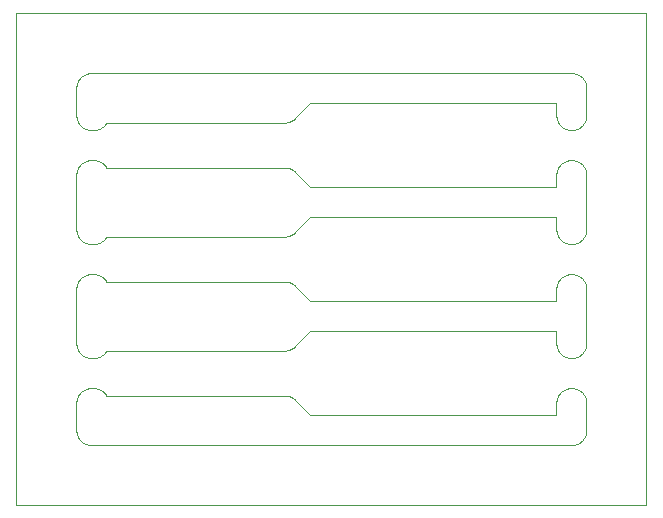
<source format=gm1>
G04 #@! TF.GenerationSoftware,KiCad,Pcbnew,6.0.2+dfsg-1*
G04 #@! TF.CreationDate,2023-06-21T21:46:00-06:00*
G04 #@! TF.ProjectId,i2c-wxsns-array,6932632d-7778-4736-9e73-2d6172726179,rev?*
G04 #@! TF.SameCoordinates,Original*
G04 #@! TF.FileFunction,Profile,NP*
%FSLAX46Y46*%
G04 Gerber Fmt 4.6, Leading zero omitted, Abs format (unit mm)*
G04 Created by KiCad (PCBNEW 6.0.2+dfsg-1) date 2023-06-21 21:46:00*
%MOMM*%
%LPD*%
G01*
G04 APERTURE LIST*
G04 #@! TA.AperFunction,Profile*
%ADD10C,0.100000*%
G04 #@! TD*
G04 APERTURE END LIST*
D10*
X22625571Y-24271242D02*
X22625069Y-24271267D01*
X60717438Y-29728397D02*
X60717749Y-29728018D01*
X15000991Y-15006081D02*
X15000803Y-15006534D01*
X63258479Y-33359825D02*
X63253929Y-33421501D01*
X61555519Y-34484342D02*
X61497820Y-34462085D01*
X21216498Y-44203929D02*
X21155120Y-44196359D01*
X38565253Y-38059403D02*
X38610132Y-38102132D01*
X39893120Y-32272782D02*
X39892658Y-32272948D01*
X60704659Y-32272003D02*
X60704413Y-32272000D01*
X15005637Y-15001201D02*
X15005204Y-15001432D01*
X20857820Y-34462085D02*
X20801281Y-34437023D01*
X62123501Y-44203929D02*
X62061825Y-44208479D01*
X63047649Y-51016016D02*
X63012039Y-51066579D01*
X20117763Y-47703845D02*
X20134258Y-47644242D01*
X68332057Y-15000376D02*
X68331575Y-15000281D01*
X68333002Y-56655361D02*
X68333465Y-56655196D01*
X37964904Y-47409213D02*
X38025245Y-47422763D01*
X38143571Y-28154657D02*
X38201270Y-28176914D01*
X63012039Y-20589420D02*
X63047649Y-20639983D01*
X60815914Y-24128179D02*
X60793657Y-24070480D01*
X62061825Y-46751520D02*
X62123501Y-46756070D01*
X22617511Y-33927669D02*
X22617242Y-33928093D01*
X62061825Y-37099520D02*
X62123501Y-37104070D01*
X20292350Y-43650016D02*
X20259264Y-43597767D01*
X22625571Y-24271242D02*
X22625571Y-24271242D01*
X68335216Y-15001685D02*
X68334795Y-15001432D01*
X60713918Y-32272991D02*
X60713465Y-32272803D01*
X68338798Y-56650362D02*
X68339008Y-56649918D01*
X39895033Y-49035646D02*
X39895521Y-49035694D01*
X20104213Y-50561813D02*
X20093640Y-50500879D01*
X20327960Y-34048579D02*
X20292350Y-33998016D01*
X60757763Y-38051845D02*
X60774258Y-37992242D01*
X22625571Y-28080757D02*
X22635340Y-28080996D01*
X60733640Y-28521120D02*
X60744213Y-28460186D01*
X62061825Y-44208479D02*
X61999877Y-44210000D01*
X62799333Y-27732009D02*
X62846162Y-27772403D01*
X60719623Y-49028057D02*
X60719718Y-49027575D01*
X61133837Y-47076403D02*
X61180666Y-47036009D01*
X20200976Y-37819281D02*
X20228781Y-37764041D01*
X21094186Y-46774213D02*
X21155120Y-46763640D01*
X21960534Y-34480830D02*
X21900567Y-34501147D01*
X60719839Y-41933398D02*
X60719790Y-41932909D01*
X60704413Y-41924000D02*
X39907586Y-41924000D01*
X20692232Y-44030735D02*
X20639983Y-43997649D01*
X22019406Y-34457526D02*
X21960534Y-34480830D01*
X60710601Y-22620160D02*
X60710111Y-22620136D01*
X63205741Y-20974242D02*
X63222236Y-21033845D01*
X60719996Y-32287340D02*
X60719863Y-32281888D01*
X22133268Y-46905799D02*
X22187971Y-46937681D01*
X21278174Y-27447520D02*
X21340122Y-27446000D01*
X60733640Y-33482879D02*
X60726070Y-33421501D01*
X38419107Y-37945350D02*
X38469670Y-37980960D01*
X39893120Y-41924782D02*
X39892658Y-41924948D01*
X21652795Y-27452362D02*
X21715612Y-27460296D01*
X22019406Y-24805526D02*
X21960534Y-24828830D01*
X15000160Y-15009398D02*
X15000136Y-15009888D01*
X63012039Y-24396579D02*
X62973990Y-24445333D01*
X20692232Y-34378735D02*
X20639983Y-34345649D01*
X63139023Y-33836718D02*
X63111218Y-33891958D01*
X22019406Y-46850473D02*
X22077032Y-46876705D01*
X39891761Y-39382654D02*
X39892204Y-39382863D01*
X39893120Y-39383217D02*
X39893590Y-39383359D01*
X39895521Y-32272305D02*
X39895033Y-32272353D01*
X60719863Y-49026111D02*
X60719996Y-49020659D01*
X20292350Y-47309983D02*
X20327960Y-47259420D01*
X20915519Y-51502342D02*
X20857820Y-51480085D01*
X39907586Y-29732000D02*
X60704413Y-29732000D01*
X20081520Y-47948174D02*
X20086070Y-47886498D01*
X63253929Y-38234498D02*
X63258479Y-38296174D01*
X61332232Y-27625264D02*
X61386041Y-27594781D01*
X62306154Y-27483763D02*
X62365757Y-27500258D01*
X61279983Y-34345649D02*
X61229420Y-34310039D01*
X60719503Y-32279466D02*
X60719361Y-32278997D01*
X60719790Y-29723090D02*
X60719839Y-29722601D01*
X39881154Y-39373150D02*
X39889361Y-39380964D01*
X62482179Y-34462085D02*
X62424480Y-34484342D01*
X63205741Y-47644242D02*
X63222236Y-47703845D01*
X22621676Y-43576136D02*
X22621224Y-43576356D01*
X22554818Y-47282077D02*
X22590087Y-47334661D01*
X39907586Y-39384000D02*
X60704413Y-39384000D01*
X20915519Y-46823657D02*
X20974242Y-46804258D01*
X38366858Y-43395735D02*
X38313049Y-43426218D01*
X38143571Y-33849342D02*
X38084848Y-33868741D01*
X62365757Y-44155741D02*
X62306154Y-44172236D01*
X62700016Y-46962350D02*
X62750579Y-46997960D01*
X62538718Y-44089023D02*
X62482179Y-44114085D01*
X20857820Y-20175914D02*
X20915519Y-20153657D01*
X61734186Y-46774213D02*
X61795120Y-46763640D01*
X60868781Y-28112041D02*
X60899264Y-28058232D01*
X39892658Y-22620948D02*
X39892204Y-22621136D01*
X62184879Y-24892359D02*
X62123501Y-24899929D01*
X68331575Y-56655718D02*
X68332057Y-56655623D01*
X20692232Y-51396735D02*
X20639983Y-51363649D01*
X21216498Y-37104070D02*
X21278174Y-37099520D01*
X22133268Y-44054200D02*
X22077032Y-44083294D01*
X60719623Y-39376057D02*
X60719718Y-39375575D01*
X39881154Y-29721150D02*
X39889361Y-29728964D01*
X39881154Y-22630849D02*
X39880979Y-22631020D01*
X61918174Y-34556479D02*
X61856498Y-34551929D01*
X63222236Y-28399845D02*
X63235786Y-28460186D01*
X60717108Y-49032761D02*
X60717438Y-49032397D01*
X38143571Y-37806657D02*
X38201270Y-37828914D01*
X37780916Y-33921479D02*
X37718968Y-33923000D01*
X63260000Y-33297877D02*
X63258479Y-33359825D01*
X22624071Y-24271393D02*
X22623578Y-24271493D01*
X20153657Y-24070480D02*
X20134258Y-24011757D01*
X20104213Y-33543813D02*
X20093640Y-33482879D01*
X39895521Y-22620305D02*
X39895033Y-22620353D01*
X63253929Y-43073501D02*
X63246359Y-43134879D01*
X22292231Y-47009481D02*
X22341525Y-47049218D01*
X62700016Y-37310350D02*
X62750579Y-37345960D01*
X60719008Y-41930081D02*
X60718798Y-41929637D01*
X20134258Y-37992242D02*
X20153657Y-37933519D01*
X60717438Y-49032397D02*
X60717749Y-49032018D01*
X60716018Y-22622250D02*
X60715624Y-22621957D01*
X22623578Y-43575493D02*
X22623091Y-43575618D01*
X63047649Y-33998016D02*
X63012039Y-34048579D01*
X63111218Y-50909958D02*
X63080735Y-50963767D01*
X38313049Y-24122218D02*
X38257809Y-24150023D01*
X62123501Y-46756070D02*
X62184879Y-46763640D01*
X22388761Y-47091380D02*
X22433819Y-47135863D01*
X39896011Y-49035718D02*
X39907340Y-49035996D01*
X61229420Y-27693960D02*
X61279983Y-27658350D01*
X22077032Y-27572705D02*
X22133268Y-27601799D01*
X60719008Y-32278081D02*
X60718798Y-32277637D01*
X61089047Y-43840952D02*
X61046403Y-43796162D01*
X39892204Y-39382863D02*
X39892658Y-39383051D01*
X20540666Y-47036009D02*
X20589420Y-46997960D01*
X60710111Y-39383863D02*
X60710601Y-39383839D01*
X15000209Y-15008909D02*
X15000160Y-15009398D01*
X22617242Y-24276093D02*
X22590087Y-24321338D01*
X61441281Y-34437023D02*
X61386041Y-34409218D01*
X20134258Y-50681757D02*
X20117763Y-50622154D01*
X39896011Y-41924281D02*
X39895521Y-41924305D01*
X20327960Y-24396579D02*
X20292350Y-24346016D01*
X60899264Y-24293767D02*
X60868781Y-24239958D01*
X21155120Y-46763640D02*
X21216498Y-46756070D01*
X22187971Y-24718318D02*
X22133268Y-24750200D01*
X39893590Y-39383359D02*
X39894066Y-39383478D01*
X68339623Y-15007942D02*
X68339503Y-15007466D01*
X60712533Y-39383503D02*
X60713002Y-39383361D01*
X62123501Y-24899929D02*
X62061825Y-24904479D01*
X62306154Y-51538236D02*
X62245813Y-51551786D01*
X21526237Y-46750000D02*
X21589659Y-46751593D01*
X60719718Y-49027575D02*
X60719790Y-49027090D01*
X60704659Y-39383996D02*
X60710111Y-39383863D01*
X62538718Y-34437023D02*
X62482179Y-34462085D01*
X22433819Y-47135863D02*
X22476586Y-47182552D01*
X15006997Y-15000638D02*
X15006534Y-15000803D01*
X38469670Y-24023039D02*
X38419107Y-24058649D01*
X60714795Y-41925432D02*
X60714362Y-41925201D01*
X60721520Y-28644174D02*
X60726070Y-28582498D01*
X61006009Y-27906666D02*
X61046403Y-27859837D01*
X60815914Y-37875820D02*
X60840976Y-37819281D01*
X62538718Y-37218976D02*
X62593958Y-37246781D01*
X61614242Y-24851741D02*
X61555519Y-24832342D01*
X39892204Y-29730863D02*
X39892658Y-29731051D01*
X20540666Y-51289990D02*
X20493837Y-51249596D01*
X60774258Y-47644242D02*
X60793657Y-47585519D01*
X60717749Y-41927981D02*
X60717438Y-41927602D01*
X60715624Y-32273957D02*
X60715216Y-32273685D01*
X15000991Y-56649918D02*
X15001201Y-56650362D01*
X38084848Y-33868741D02*
X38025245Y-33885236D01*
X62593958Y-51427218D02*
X62538718Y-51455023D01*
X63186342Y-47585519D02*
X63205741Y-47644242D01*
X60774258Y-28340242D02*
X60793657Y-28281519D01*
X61089047Y-27815047D02*
X61133837Y-27772403D01*
X15008909Y-15000209D02*
X15008424Y-15000281D01*
X21094186Y-37122213D02*
X21155120Y-37111640D01*
X60713002Y-22620638D02*
X60712533Y-22620496D01*
X21839654Y-24866426D02*
X21777950Y-24880623D01*
X62647767Y-34378735D02*
X62593958Y-34409218D01*
X20086070Y-47886498D02*
X20093640Y-47825120D01*
X22620355Y-43576862D02*
X22619941Y-43577147D01*
X60719790Y-49027090D02*
X60719839Y-49026601D01*
X60757763Y-23952154D02*
X60744213Y-23891813D01*
X22292231Y-37357481D02*
X22341525Y-37397218D01*
X39892204Y-32273136D02*
X39891761Y-32273345D01*
X21278174Y-20081520D02*
X21340122Y-20080000D01*
X39894066Y-29731478D02*
X39894547Y-29731574D01*
X39907340Y-29731996D02*
X39907586Y-29732000D01*
X21589659Y-46751593D02*
X21652795Y-46756362D01*
X63047649Y-28005983D02*
X63080735Y-28058232D01*
X60713918Y-39383008D02*
X60714362Y-39382798D01*
X39891328Y-41925577D02*
X39890907Y-41925829D01*
X39894547Y-29731574D02*
X39895033Y-29731646D01*
X20134258Y-20974242D02*
X20153657Y-20915519D01*
X22625571Y-43575242D02*
X22625069Y-43575267D01*
X63246359Y-38173120D02*
X63253929Y-38234498D01*
X20292350Y-24346016D02*
X20259264Y-24293767D01*
X62482179Y-51480085D02*
X62424480Y-51502342D01*
X61279983Y-24693649D02*
X61229420Y-24658039D01*
X22635586Y-28081000D02*
X37718968Y-28081000D01*
X21278174Y-34556479D02*
X21216498Y-34551929D01*
X22617802Y-24275258D02*
X22617511Y-24275669D01*
X22622611Y-24271767D02*
X22622139Y-24271940D01*
X62933596Y-27859837D02*
X62973990Y-27906666D01*
X20746041Y-20228781D02*
X20801281Y-20200976D01*
X39896011Y-22620281D02*
X39895521Y-22620305D01*
X39890499Y-22622102D02*
X39890105Y-22622394D01*
X39880979Y-49024979D02*
X39881154Y-49025150D01*
X38201270Y-24175085D02*
X38143571Y-24197342D01*
X60712057Y-32272376D02*
X60711575Y-32272281D01*
X62245813Y-27470213D02*
X62306154Y-27483763D01*
X60715624Y-41925957D02*
X60715216Y-41925685D01*
X22625571Y-47384757D02*
X22635340Y-47384996D01*
X68330111Y-56655863D02*
X68330601Y-56655839D01*
X60719996Y-29716659D02*
X60720000Y-29716413D01*
X60721520Y-33359825D02*
X60720000Y-33297877D01*
X22341525Y-43910781D02*
X22292231Y-43950518D01*
X61497820Y-34462085D02*
X61441281Y-34437023D01*
X37718968Y-43575000D02*
X22635586Y-43575000D01*
X61046403Y-37511837D02*
X61089047Y-37467047D01*
X20200976Y-28167281D02*
X20228781Y-28112041D01*
X60718567Y-22625204D02*
X60718314Y-22624783D01*
X68339718Y-56647575D02*
X68339790Y-56647090D01*
X61980122Y-37098000D02*
X61999877Y-37098000D01*
X22619941Y-43577147D02*
X22619542Y-43577453D01*
X68340000Y-15015586D02*
X68339996Y-15015340D01*
X61229420Y-24658039D02*
X61180666Y-24619990D01*
X15000003Y-15015340D02*
X15000000Y-15015586D01*
X60719361Y-39377002D02*
X60719503Y-39376533D01*
X60720000Y-38358122D02*
X60721520Y-38296174D01*
X63012039Y-51066579D02*
X62973990Y-51115333D01*
X61441281Y-46870976D02*
X61497820Y-46845914D01*
X20093640Y-38173120D02*
X20104213Y-38112186D01*
X20080000Y-42949877D02*
X20080000Y-38358122D01*
X39890499Y-49033897D02*
X39890907Y-49034170D01*
X62933596Y-20493837D02*
X62973990Y-20540666D01*
X20134258Y-47644242D02*
X20153657Y-47585519D01*
X37718968Y-33923000D02*
X22635586Y-33923000D01*
X62647767Y-44030735D02*
X62593958Y-44061218D01*
X60712057Y-22620376D02*
X60711575Y-22620281D01*
X22554818Y-37630077D02*
X22590087Y-37682661D01*
X60712533Y-41924496D02*
X60712057Y-41924376D01*
X39907340Y-41924003D02*
X39896011Y-41924281D01*
X21216498Y-34551929D02*
X21155120Y-34544359D01*
X61089047Y-37467047D02*
X61133837Y-37424403D01*
X21839654Y-46789573D02*
X21900567Y-46806852D01*
X62933596Y-37511837D02*
X62973990Y-37558666D01*
X22620783Y-28079401D02*
X22621224Y-28079643D01*
X68338314Y-15004783D02*
X68338042Y-15004375D01*
X60716018Y-41926250D02*
X60715624Y-41925957D01*
X20117763Y-43256154D02*
X20104213Y-43195813D01*
X61999877Y-44210000D02*
X61980122Y-44210000D01*
X68333002Y-15000638D02*
X68332533Y-15000496D01*
X20493837Y-47076403D02*
X20540666Y-47036009D01*
X22624568Y-43575317D02*
X22624071Y-43575393D01*
X39891761Y-32273345D02*
X39891328Y-32273577D01*
X22618792Y-33926122D02*
X22618443Y-33926484D01*
X60710111Y-22620136D02*
X60704659Y-22620003D01*
X39890105Y-49033605D02*
X39890499Y-49033897D01*
X37842592Y-24264929D02*
X37780916Y-24269479D01*
X68331090Y-56655790D02*
X68331575Y-56655718D01*
X60719503Y-29724533D02*
X60719623Y-29724057D01*
X60704659Y-29731996D02*
X60710111Y-29731863D01*
X68324659Y-15000003D02*
X68324413Y-15000000D01*
X20449047Y-24536952D02*
X20406403Y-24492162D01*
X60717438Y-41927602D02*
X60717108Y-41927238D01*
X39895521Y-29731694D02*
X39896011Y-29731718D01*
X60713465Y-22620803D02*
X60713002Y-22620638D01*
X38257809Y-24150023D02*
X38201270Y-24175085D01*
X22621676Y-33924136D02*
X22621224Y-33924356D01*
X22617802Y-28076741D02*
X22618113Y-28077136D01*
X63164085Y-33780179D02*
X63139023Y-33836718D01*
X63260000Y-28706122D02*
X63260000Y-33297877D01*
X20086070Y-21216498D02*
X20093640Y-21155120D01*
X39889361Y-39380964D02*
X39889725Y-39381293D01*
X62700016Y-34345649D02*
X62647767Y-34378735D01*
X63205741Y-24011757D02*
X63186342Y-24070480D01*
X68339863Y-56646111D02*
X68339996Y-56640659D01*
X62482179Y-24810085D02*
X62424480Y-24832342D01*
X15006081Y-56655008D02*
X15006534Y-56655196D01*
X60711575Y-29731718D02*
X60712057Y-29731623D01*
X62424480Y-27519657D02*
X62482179Y-27541914D01*
X38366858Y-37912264D02*
X38419107Y-37945350D01*
X20081520Y-28644174D02*
X20086070Y-28582498D01*
X15001685Y-15004783D02*
X15001432Y-15005204D01*
X38366858Y-33743735D02*
X38313049Y-33774218D01*
X63246359Y-50500879D02*
X63235786Y-50561813D01*
X62184879Y-37111640D02*
X62245813Y-37122213D01*
X20746041Y-24757218D02*
X20692232Y-24726735D01*
X38518424Y-47671009D02*
X38565253Y-47711403D01*
X39895521Y-41924305D02*
X39895033Y-41924353D01*
X15004783Y-15001685D02*
X15004375Y-15001957D01*
X68337108Y-15003238D02*
X68336761Y-15002891D01*
X60726070Y-47886498D02*
X60733640Y-47825120D01*
X20449047Y-34188952D02*
X20406403Y-34144162D01*
X62365757Y-37152258D02*
X62424480Y-37171657D01*
X62245813Y-44185786D02*
X62184879Y-44196359D01*
X39890499Y-29729897D02*
X39890907Y-29730170D01*
X22619542Y-24273453D02*
X22619158Y-24273778D01*
X61229420Y-37345960D02*
X61279983Y-37310350D01*
X62184879Y-27459640D02*
X62245813Y-27470213D01*
X61734186Y-24881786D02*
X61673845Y-24868236D01*
X21960534Y-46827169D02*
X22019406Y-46850473D01*
X22618443Y-37729515D02*
X22618792Y-37729877D01*
X61555519Y-46823657D02*
X61614242Y-46804258D01*
X62647767Y-20259264D02*
X62700016Y-20292350D01*
X20175914Y-28223820D02*
X20200976Y-28167281D01*
X62846162Y-51249596D02*
X62799333Y-51289990D01*
X20449047Y-51206952D02*
X20406403Y-51162162D01*
X61918174Y-44208479D02*
X61856498Y-44203929D01*
X22622139Y-47384059D02*
X22622611Y-47384232D01*
X22617511Y-37728330D02*
X22617802Y-37728741D01*
X21900567Y-27502852D02*
X21960534Y-27523169D01*
X20589420Y-46997960D02*
X20639983Y-46962350D01*
X63205741Y-50681757D02*
X63186342Y-50740480D01*
X61497820Y-27541914D02*
X61555519Y-27519657D01*
X60840976Y-28167281D02*
X60868781Y-28112041D01*
X20857820Y-44114085D02*
X20801281Y-44089023D01*
X21155120Y-44196359D02*
X21094186Y-44185786D01*
X68324413Y-15000000D02*
X15015586Y-15000000D01*
X60713918Y-22620991D02*
X60713465Y-22620803D01*
X38084848Y-24216741D02*
X38025245Y-24233236D01*
X22635586Y-43575000D02*
X22635340Y-43575003D01*
X37842592Y-37739070D02*
X37903970Y-37746640D01*
X60716761Y-22622891D02*
X60716397Y-22622561D01*
X39893120Y-22620782D02*
X39892658Y-22620948D01*
X61279983Y-46962350D02*
X61332232Y-46929264D01*
X61497820Y-46845914D02*
X61555519Y-46823657D01*
X39889361Y-29728964D02*
X39889725Y-29729293D01*
X62973990Y-43749333D02*
X62933596Y-43796162D01*
X63235786Y-28460186D02*
X63246359Y-28521120D01*
X39890907Y-29730170D02*
X39891328Y-29730422D01*
X20117763Y-23952154D02*
X20104213Y-23891813D01*
X62245813Y-20104213D02*
X62306154Y-20117763D01*
X60710111Y-32272136D02*
X60704659Y-32272003D01*
X22621224Y-43576356D02*
X22620783Y-43576598D01*
X22625069Y-43575267D02*
X22624568Y-43575317D01*
X22618792Y-47381877D02*
X22619158Y-47382221D01*
X62306154Y-34520236D02*
X62245813Y-34533786D01*
X39891761Y-41925345D02*
X39891328Y-41925577D01*
X22241003Y-27668271D02*
X22292231Y-27705481D01*
X21715612Y-24891703D02*
X21652795Y-24899637D01*
X60704413Y-29732000D02*
X60704659Y-29731996D01*
X61133837Y-37424403D02*
X61180666Y-37384009D01*
X38610132Y-23901867D02*
X38565253Y-23944596D01*
X60714795Y-49034567D02*
X60715216Y-49034314D01*
X63139023Y-20801281D02*
X63164085Y-20857820D01*
X62365757Y-20134258D02*
X62424480Y-20153657D01*
X60716018Y-29729749D02*
X60716397Y-29729438D01*
X60719790Y-41932909D02*
X60719718Y-41932424D01*
X60716761Y-32274891D02*
X60716397Y-32274561D01*
X22625069Y-28080732D02*
X22625571Y-28080757D01*
X60932350Y-37657983D02*
X60967960Y-37607420D01*
X61332232Y-46929264D02*
X61386041Y-46898781D01*
X20493837Y-34231596D02*
X20449047Y-34188952D01*
X60714362Y-32273201D02*
X60713918Y-32272991D01*
X20639983Y-46962350D02*
X20692232Y-46929264D01*
X15000209Y-56647090D02*
X15000281Y-56647575D01*
X21216498Y-20086070D02*
X21278174Y-20081520D01*
X15000803Y-56649465D02*
X15000991Y-56649918D01*
X38201270Y-28176914D02*
X38257809Y-28201976D01*
X60744213Y-43195813D02*
X60733640Y-43134879D01*
X22625571Y-33923242D02*
X22625069Y-33923267D01*
X68339196Y-15006534D02*
X68339008Y-15006081D01*
X20801281Y-46870976D02*
X20857820Y-46845914D01*
X68336018Y-56653749D02*
X68336397Y-56653438D01*
X20589420Y-51328039D02*
X20540666Y-51289990D01*
X60711575Y-22620281D02*
X60711090Y-22620209D01*
X60744213Y-23891813D02*
X60733640Y-23830879D01*
X39894066Y-22620521D02*
X39893590Y-22620640D01*
X38518424Y-43288990D02*
X38469670Y-43327039D01*
X20104213Y-38112186D02*
X20117763Y-38051845D01*
X22019406Y-37198473D02*
X22077032Y-37224705D01*
X62482179Y-27541914D02*
X62538718Y-27566976D01*
X63246359Y-47825120D02*
X63253929Y-47886498D01*
X61180666Y-47036009D02*
X61229420Y-46997960D01*
X60868781Y-24239958D02*
X60840976Y-24184718D01*
X62647767Y-51396735D02*
X62593958Y-51427218D01*
X22619542Y-43577453D02*
X22619158Y-43577778D01*
X21589659Y-37099593D02*
X21652795Y-37104362D01*
X38469670Y-28328960D02*
X38518424Y-28367009D01*
X20081520Y-21278174D02*
X20086070Y-21216498D01*
X60726070Y-33421501D02*
X60721520Y-33359825D01*
X20449047Y-20449047D02*
X20493837Y-20406403D01*
X61999877Y-37098000D02*
X62061825Y-37099520D01*
X22623578Y-28080506D02*
X22624071Y-28080606D01*
X20692232Y-24726735D02*
X20639983Y-24693649D01*
X39890907Y-39382170D02*
X39891328Y-39382422D01*
X62061825Y-24904479D02*
X61999877Y-24906000D01*
X61673845Y-27483763D02*
X61734186Y-27470213D01*
X68336397Y-56653438D02*
X68336761Y-56653108D01*
X20093640Y-43134879D02*
X20086070Y-43073501D01*
X63012039Y-27955420D02*
X63047649Y-28005983D01*
X60932350Y-33998016D02*
X60899264Y-33945767D01*
X22241003Y-34335728D02*
X22187971Y-34370318D01*
X63258479Y-50377825D02*
X63253929Y-50439501D01*
X60710601Y-41924160D02*
X60710111Y-41924136D01*
X60719196Y-39377465D02*
X60719361Y-39377002D01*
X21033845Y-20117763D02*
X21094186Y-20104213D01*
X60719008Y-39377918D02*
X60719196Y-39377465D01*
X39895033Y-29731646D02*
X39895521Y-29731694D01*
X60711575Y-32272281D02*
X60711090Y-32272209D01*
X22241003Y-43987728D02*
X22187971Y-44022318D01*
X60868781Y-33891958D02*
X60840976Y-33836718D01*
X22618443Y-33926484D02*
X22618113Y-33926863D01*
X20493837Y-43883596D02*
X20449047Y-43840952D01*
X20200976Y-43488718D02*
X20175914Y-43432179D01*
X60715624Y-49034042D02*
X60716018Y-49033749D01*
X60716397Y-32274561D02*
X60716018Y-32274250D01*
X61734186Y-34533786D02*
X61673845Y-34520236D01*
X61089047Y-24536952D02*
X61046403Y-24492162D01*
X61133837Y-27772403D02*
X61180666Y-27732009D01*
X22619542Y-47382546D02*
X22619941Y-47382852D01*
X62538718Y-27566976D02*
X62593958Y-27594781D01*
X68331575Y-15000281D02*
X68331090Y-15000209D01*
X38469670Y-43327039D02*
X38419107Y-43362649D01*
X39889725Y-39381293D02*
X39890105Y-39381605D01*
X15015586Y-56656000D02*
X68324413Y-56656000D01*
X20080000Y-48010122D02*
X20081520Y-47948174D01*
X60967960Y-27955420D02*
X61006009Y-27906666D01*
X39894066Y-49035478D02*
X39894547Y-49035574D01*
X15000803Y-15006534D02*
X15000638Y-15006997D01*
X38257809Y-28201976D02*
X38313049Y-28229781D01*
X61180666Y-24619990D02*
X61133837Y-24579596D01*
X20081520Y-50377825D02*
X20080000Y-50315877D01*
X60719503Y-22627466D02*
X60719361Y-22626997D01*
X20228781Y-33891958D02*
X20200976Y-33836718D01*
X63222236Y-38051845D02*
X63235786Y-38112186D01*
X20104213Y-43195813D02*
X20093640Y-43134879D01*
X63139023Y-50854718D02*
X63111218Y-50909958D01*
X20589420Y-37345960D02*
X20639983Y-37310350D01*
X20292350Y-51016016D02*
X20259264Y-50963767D01*
X60717108Y-29728761D02*
X60717438Y-29728397D01*
X22618443Y-24274484D02*
X22618113Y-24274863D01*
X22618443Y-28077515D02*
X22618792Y-28077877D01*
X60967960Y-43700579D02*
X60932350Y-43650016D01*
X20493837Y-37424403D02*
X20540666Y-37384009D01*
X60718314Y-29727216D02*
X60718567Y-29726795D01*
X20915519Y-44136342D02*
X20857820Y-44114085D01*
X68337749Y-15003981D02*
X68337438Y-15003602D01*
X22620355Y-37731137D02*
X22620783Y-37731401D01*
X39889725Y-49033293D02*
X39890105Y-49033605D01*
X38257809Y-33802023D02*
X38201270Y-33827085D01*
X60868781Y-37764041D02*
X60899264Y-37710232D01*
X61133837Y-24579596D02*
X61089047Y-24536952D01*
X39895033Y-39383646D02*
X39895521Y-39383694D01*
X61856498Y-24899929D02*
X61795120Y-24892359D01*
X39881154Y-49025150D02*
X39889361Y-49032964D01*
X21526237Y-24906000D02*
X21340122Y-24906000D01*
X62846162Y-37424403D02*
X62890952Y-37467047D01*
X37718968Y-47385000D02*
X37780916Y-47386520D01*
X68338314Y-56651216D02*
X68338567Y-56650795D01*
X63205741Y-37992242D02*
X63222236Y-38051845D01*
X68339008Y-15006081D02*
X68338798Y-15005637D01*
X60719718Y-22628424D02*
X60719623Y-22627942D01*
X68339863Y-15009888D02*
X68339839Y-15009398D01*
X38518424Y-33636990D02*
X38469670Y-33675039D01*
X62700016Y-51363649D02*
X62647767Y-51396735D01*
X15006081Y-15000991D02*
X15005637Y-15001201D01*
X62365757Y-34503741D02*
X62306154Y-34520236D01*
X20086070Y-50439501D02*
X20081520Y-50377825D01*
X68333465Y-56655196D02*
X68333918Y-56655008D01*
X21777950Y-46775376D02*
X21839654Y-46789573D01*
X21900567Y-24849147D02*
X21839654Y-24866426D01*
X20104213Y-21094186D02*
X20117763Y-21033845D01*
X22433819Y-43824136D02*
X22388761Y-43868619D01*
X38257809Y-47505976D02*
X38313049Y-47533781D01*
X21278174Y-46751520D02*
X21340122Y-46750000D01*
X21340122Y-34558000D02*
X21278174Y-34556479D01*
X22617802Y-37728741D02*
X22618113Y-37729136D01*
X61999877Y-24906000D02*
X61980122Y-24906000D01*
X60713918Y-29731008D02*
X60714362Y-29730798D01*
X38143571Y-43501342D02*
X38084848Y-43520741D01*
X60718798Y-49030362D02*
X60719008Y-49029918D01*
X21589659Y-44208406D02*
X21526237Y-44210000D01*
X39889361Y-22623035D02*
X39881154Y-22630849D01*
X15001957Y-15004375D02*
X15001685Y-15004783D01*
X22187971Y-46937681D02*
X22241003Y-46972271D01*
X39895033Y-41924353D02*
X39894547Y-41924425D01*
X60719196Y-41930534D02*
X60719008Y-41930081D01*
X60713918Y-41924991D02*
X60713465Y-41924803D01*
X22623091Y-37732381D02*
X22623578Y-37732506D01*
X63080735Y-20692232D02*
X63111218Y-20746041D01*
X61795120Y-24892359D02*
X61734186Y-24881786D01*
X21839654Y-27485573D02*
X21900567Y-27502852D01*
X20366009Y-37558666D02*
X20406403Y-37511837D01*
X22617242Y-43580093D02*
X22590087Y-43625338D01*
X60932350Y-24346016D02*
X60899264Y-24293767D01*
X20589420Y-27693960D02*
X20639983Y-27658350D01*
X22624568Y-28080682D02*
X22625069Y-28080732D01*
X62061825Y-27447520D02*
X62123501Y-27452070D01*
X68334362Y-15001201D02*
X68333918Y-15000991D01*
X60719839Y-32281398D02*
X60719790Y-32280909D01*
X62700016Y-27658350D02*
X62750579Y-27693960D01*
X20093640Y-28521120D02*
X20104213Y-28460186D01*
X38366858Y-47564264D02*
X38419107Y-47597350D01*
X63222236Y-50622154D02*
X63205741Y-50681757D01*
X20081520Y-38296174D02*
X20086070Y-38234498D01*
X61006009Y-24445333D02*
X60967960Y-24396579D01*
X20857820Y-37193914D02*
X20915519Y-37171657D01*
X38143571Y-24197342D02*
X38084848Y-24216741D01*
X21960534Y-24828830D02*
X21900567Y-24849147D01*
X38025245Y-24233236D02*
X37964904Y-24246786D01*
X61133837Y-34231596D02*
X61089047Y-34188952D01*
X68337749Y-56652018D02*
X68338042Y-56651624D01*
X37964904Y-37757213D02*
X38025245Y-37770763D01*
X15001957Y-56651624D02*
X15002250Y-56652018D01*
X60715216Y-22621685D02*
X60714795Y-22621432D01*
X21094186Y-20104213D02*
X21155120Y-20093640D01*
X60719718Y-39375575D02*
X60719790Y-39375090D01*
X60774258Y-43315757D02*
X60757763Y-43256154D01*
X39893590Y-49035359D02*
X39894066Y-49035478D01*
X60715216Y-39382314D02*
X60715624Y-39382042D01*
X20104213Y-47764186D02*
X20117763Y-47703845D01*
X15015340Y-56655996D02*
X15015586Y-56656000D01*
X60715624Y-22621957D02*
X60715216Y-22621685D01*
X60711090Y-49035790D02*
X60711575Y-49035718D01*
X61497820Y-44114085D02*
X61441281Y-44089023D01*
X39892658Y-39383051D02*
X39893120Y-39383217D01*
X39893590Y-29731359D02*
X39894066Y-29731478D01*
X61795120Y-46763640D02*
X61856498Y-46756070D01*
X37780916Y-24269479D02*
X37718968Y-24271000D01*
X22635586Y-37733000D02*
X37718968Y-37733000D01*
X60719839Y-22629398D02*
X60719790Y-22628909D01*
X60704413Y-49036000D02*
X60704659Y-49035996D01*
X20153657Y-47585519D02*
X20175914Y-47527820D01*
X63080735Y-28058232D02*
X63111218Y-28112041D01*
X62890952Y-51206952D02*
X62846162Y-51249596D01*
X60711090Y-22620209D02*
X60710601Y-22620160D01*
X37718968Y-28081000D02*
X37780916Y-28082520D01*
X21839654Y-37137573D02*
X21900567Y-37154852D01*
X15000136Y-15009888D02*
X15000003Y-15015340D01*
X68336761Y-56653108D02*
X68337108Y-56652761D01*
X20540666Y-27732009D02*
X20589420Y-27693960D01*
X22187971Y-27633681D02*
X22241003Y-27668271D01*
X61795120Y-44196359D02*
X61734186Y-44185786D01*
X21900567Y-37154852D02*
X21960534Y-37175169D01*
X60720000Y-48010122D02*
X60721520Y-47948174D01*
X22625069Y-47384732D02*
X22625571Y-47384757D01*
X60719863Y-32281888D02*
X60719839Y-32281398D01*
X61006009Y-37558666D02*
X61046403Y-37511837D01*
X62306154Y-20117763D02*
X62365757Y-20134258D01*
X60716018Y-32274250D02*
X60715624Y-32273957D01*
X15003602Y-56653438D02*
X15003981Y-56653749D01*
X61856498Y-44203929D02*
X61795120Y-44196359D01*
X22554818Y-43677922D02*
X22516953Y-43728667D01*
X20406403Y-34144162D02*
X20366009Y-34097333D01*
X22620783Y-37731401D02*
X22621224Y-37731643D01*
X60720000Y-32287586D02*
X60719996Y-32287340D01*
X60716018Y-39381749D02*
X60716397Y-39381438D01*
X22624071Y-47384606D02*
X22624568Y-47384682D01*
X62061825Y-34556479D02*
X61999877Y-34558000D01*
X38025245Y-28118763D02*
X38084848Y-28135258D01*
X21777950Y-27471376D02*
X21839654Y-27485573D01*
X60718567Y-41929204D02*
X60718314Y-41928783D01*
X20639983Y-51363649D02*
X20589420Y-51328039D01*
X60718567Y-32277204D02*
X60718314Y-32276783D01*
X62365757Y-24851741D02*
X62306154Y-24868236D01*
X62123501Y-20086070D02*
X62184879Y-20093640D01*
X22476586Y-43777447D02*
X22433819Y-43824136D01*
X60932350Y-43650016D02*
X60899264Y-43597767D01*
X22623091Y-43575618D02*
X22622611Y-43575767D01*
X38025245Y-37770763D02*
X38084848Y-37787258D01*
X20080000Y-33297877D02*
X20080000Y-28706122D01*
X20449047Y-37467047D02*
X20493837Y-37424403D01*
X22292231Y-34298518D02*
X22241003Y-34335728D01*
X37964904Y-24246786D02*
X37903970Y-24257359D01*
X60757763Y-28399845D02*
X60774258Y-28340242D01*
X39895521Y-39383694D02*
X39896011Y-39383718D01*
X20406403Y-37511837D02*
X20449047Y-37467047D01*
X39890105Y-39381605D02*
X39890499Y-39381897D01*
X62933596Y-47163837D02*
X62973990Y-47210666D01*
X20093640Y-47825120D02*
X20104213Y-47764186D01*
X62123501Y-51569929D02*
X62061825Y-51574479D01*
X61386041Y-24757218D02*
X61332232Y-24726735D01*
X63111218Y-24239958D02*
X63080735Y-24293767D01*
X61006009Y-43749333D02*
X60967960Y-43700579D01*
X38419107Y-24058649D02*
X38366858Y-24091735D01*
X60899264Y-47362232D02*
X60932350Y-47309983D01*
X20259264Y-37710232D02*
X20292350Y-37657983D01*
X22622139Y-28080059D02*
X22622611Y-28080232D01*
X20639983Y-27658350D02*
X20692232Y-27625264D01*
X22341525Y-27745218D02*
X22388761Y-27787380D01*
X60719996Y-22635340D02*
X60719863Y-22629888D01*
X68339361Y-15006997D02*
X68339196Y-15006534D01*
X22635586Y-47385000D02*
X37718968Y-47385000D01*
X20175914Y-43432179D02*
X20153657Y-43374480D01*
X39880979Y-32283020D02*
X38610132Y-33553867D01*
X60719790Y-32280909D02*
X60719718Y-32280424D01*
X38201270Y-37828914D02*
X38257809Y-37853976D01*
X39889725Y-29729293D02*
X39890105Y-29729605D01*
X68338567Y-15005204D02*
X68338314Y-15004783D01*
X63164085Y-28223820D02*
X63186342Y-28281519D01*
X60713002Y-39383361D02*
X60713465Y-39383196D01*
X63186342Y-50740480D02*
X63164085Y-50798179D01*
X20692232Y-27625264D02*
X20746041Y-27594781D01*
X22292231Y-24646518D02*
X22241003Y-24683728D01*
X37964904Y-43550786D02*
X37903970Y-43561359D01*
X21278174Y-51574479D02*
X21216498Y-51569929D01*
X37903970Y-47398640D02*
X37964904Y-47409213D01*
X60714362Y-22621201D02*
X60713918Y-22620991D01*
X15007466Y-56655503D02*
X15007942Y-56655623D01*
X60716397Y-49033438D02*
X60716761Y-49033108D01*
X39891328Y-49034422D02*
X39891761Y-49034654D01*
X20080000Y-50315877D02*
X20080000Y-48010122D01*
X38469670Y-47632960D02*
X38518424Y-47671009D01*
X38084848Y-37787258D02*
X38143571Y-37806657D01*
X38084848Y-47439258D02*
X38143571Y-47458657D01*
X22516953Y-34076667D02*
X22476586Y-34125447D01*
X60713002Y-32272638D02*
X60712533Y-32272496D01*
X60718567Y-29726795D02*
X60718798Y-29726362D01*
X15001201Y-15005637D02*
X15000991Y-15006081D01*
X20200976Y-24184718D02*
X20175914Y-24128179D01*
X22476586Y-24473447D02*
X22433819Y-24520136D01*
X60720000Y-49020413D02*
X60720000Y-48010122D01*
X61614242Y-27500258D02*
X61673845Y-27483763D01*
X22619941Y-37730852D02*
X22620355Y-37731137D01*
X68332533Y-56655503D02*
X68333002Y-56655361D01*
X63246359Y-33482879D02*
X63235786Y-33543813D01*
X62424480Y-46823657D02*
X62482179Y-46845914D01*
X39890907Y-41925829D02*
X39890499Y-41926102D01*
X61441281Y-37218976D02*
X61497820Y-37193914D01*
X63260000Y-21340122D02*
X63260000Y-23645877D01*
X60720000Y-22635586D02*
X60719996Y-22635340D01*
X20081520Y-23707825D02*
X20080000Y-23645877D01*
X60711090Y-29731790D02*
X60711575Y-29731718D01*
X62973990Y-47210666D02*
X63012039Y-47259420D01*
X21960534Y-44132830D02*
X21900567Y-44153147D01*
X60719718Y-29723575D02*
X60719790Y-29723090D01*
X22433819Y-37483863D02*
X22476586Y-37530552D01*
X38469670Y-37980960D02*
X38518424Y-38019009D01*
X20974242Y-37152258D02*
X21033845Y-37135763D01*
X37903970Y-33909359D02*
X37842592Y-33916929D01*
X62933596Y-51162162D02*
X62890952Y-51206952D01*
X20801281Y-37218976D02*
X20857820Y-37193914D01*
X61999877Y-34558000D02*
X61980122Y-34558000D01*
X62647767Y-46929264D02*
X62700016Y-46962350D01*
X22624568Y-33923317D02*
X22624071Y-33923393D01*
X60717438Y-32275602D02*
X60717108Y-32275238D01*
X22619542Y-28078546D02*
X22619941Y-28078852D01*
X20493837Y-51249596D02*
X20449047Y-51206952D01*
X39889725Y-41926706D02*
X39889361Y-41927035D01*
X63260000Y-48010122D02*
X63260000Y-50315877D01*
X22622611Y-33923767D02*
X22622139Y-33923940D01*
X68331090Y-15000209D02*
X68330601Y-15000160D01*
X21033845Y-44172236D02*
X20974242Y-44155741D01*
X38025245Y-47422763D02*
X38084848Y-47439258D01*
X20259264Y-24293767D02*
X20228781Y-24239958D01*
X60733640Y-38173120D02*
X60744213Y-38112186D01*
X60719623Y-22627942D02*
X60719503Y-22627466D01*
X37842592Y-28087070D02*
X37903970Y-28094640D01*
X22620355Y-47383137D02*
X22620783Y-47383401D01*
X39890105Y-32274394D02*
X39889725Y-32274706D01*
X62890952Y-34188952D02*
X62846162Y-34231596D01*
X61980122Y-24906000D02*
X61918174Y-24904479D01*
X22077032Y-34431294D02*
X22019406Y-34457526D01*
X60733640Y-23830879D02*
X60726070Y-23769501D01*
X38419107Y-28293350D02*
X38469670Y-28328960D01*
X61673845Y-34520236D02*
X61614242Y-34503741D01*
X15000000Y-56640413D02*
X15000003Y-56640659D01*
X63186342Y-37933519D02*
X63205741Y-37992242D01*
X63235786Y-47764186D02*
X63246359Y-47825120D01*
X60717749Y-39380018D02*
X60718042Y-39379624D01*
X20857820Y-51480085D02*
X20801281Y-51455023D01*
X22618113Y-28077136D02*
X22618443Y-28077515D01*
X63111218Y-47416041D02*
X63139023Y-47471281D01*
X61497820Y-24810085D02*
X61441281Y-24785023D01*
X22476586Y-37530552D02*
X22516953Y-37579332D01*
X63047649Y-47309983D02*
X63080735Y-47362232D01*
X68336761Y-15002891D02*
X68336397Y-15002561D01*
X39889361Y-41927035D02*
X39881154Y-41934849D01*
X61089047Y-47119047D02*
X61133837Y-47076403D01*
X38257809Y-37853976D02*
X38313049Y-37881781D01*
X60713465Y-49035196D02*
X60713918Y-49035008D01*
X22292231Y-43950518D02*
X22241003Y-43987728D01*
X22476586Y-47182552D02*
X22516953Y-47231332D01*
X20292350Y-33998016D02*
X20259264Y-33945767D01*
X21900567Y-46806852D02*
X21960534Y-46827169D01*
X60714795Y-39382567D02*
X60715216Y-39382314D01*
X68339996Y-56640659D02*
X68340000Y-56640413D01*
X22624071Y-28080606D02*
X22624568Y-28080682D01*
X39891328Y-32273577D02*
X39890907Y-32273829D01*
X39889361Y-49032964D02*
X39889725Y-49033293D01*
X37780916Y-28082520D02*
X37842592Y-28087070D01*
X60967960Y-24396579D02*
X60932350Y-24346016D01*
X63258479Y-23707825D02*
X63253929Y-23769501D01*
X22635340Y-28080996D02*
X22635586Y-28081000D01*
X60718314Y-41928783D02*
X60718042Y-41928375D01*
X15007942Y-56655623D02*
X15008424Y-56655718D01*
X20080000Y-28706122D02*
X20081520Y-28644174D01*
X22620783Y-33924598D02*
X22620355Y-33924862D01*
X15001432Y-56650795D02*
X15001685Y-56651216D01*
X60717108Y-22623238D02*
X60716761Y-22622891D01*
X60704413Y-32272000D02*
X39907586Y-32272000D01*
X60932350Y-28005983D02*
X60967960Y-27955420D01*
X20639983Y-43997649D02*
X20589420Y-43962039D01*
X22624568Y-37732682D02*
X22625069Y-37732732D01*
X15005204Y-56654567D02*
X15005637Y-56654798D01*
X61441281Y-24785023D02*
X61386041Y-24757218D01*
X61089047Y-34188952D02*
X61046403Y-34144162D01*
X38201270Y-43479085D02*
X38143571Y-43501342D01*
X68337438Y-15003602D02*
X68337108Y-15003238D01*
X22554818Y-24373922D02*
X22516953Y-24424667D01*
X63205741Y-28340242D02*
X63222236Y-28399845D01*
X60719996Y-39368659D02*
X60720000Y-39368413D01*
X39880979Y-39372979D02*
X39881154Y-39373150D01*
X63258479Y-28644174D02*
X63260000Y-28706122D01*
X61046403Y-47163837D02*
X61089047Y-47119047D01*
X22388761Y-43868619D02*
X22341525Y-43910781D01*
X62184879Y-44196359D02*
X62123501Y-44203929D01*
X20857820Y-46845914D02*
X20915519Y-46823657D01*
X22621224Y-24272356D02*
X22620783Y-24272598D01*
X22590087Y-37682661D02*
X22617242Y-37727906D01*
X61180666Y-34271990D02*
X61133837Y-34231596D01*
X60726070Y-43073501D02*
X60721520Y-43011825D01*
X15000281Y-15008424D02*
X15000209Y-15008909D01*
X21526237Y-27446000D02*
X21526237Y-27446000D01*
X22617802Y-47380741D02*
X22618113Y-47381136D01*
X39907586Y-49036000D02*
X60704413Y-49036000D01*
X63253929Y-28582498D02*
X63258479Y-28644174D01*
X60815914Y-47527820D02*
X60840976Y-47471281D01*
X15009888Y-56655863D02*
X15015340Y-56655996D01*
X60899264Y-37710232D02*
X60932350Y-37657983D01*
X15002891Y-56652761D02*
X15003238Y-56653108D01*
X63080735Y-37710232D02*
X63111218Y-37764041D01*
X15002891Y-15003238D02*
X15002561Y-15003602D01*
X21094186Y-34533786D02*
X21033845Y-34520236D01*
X22620355Y-24272862D02*
X22619941Y-24273147D01*
X62933596Y-34144162D02*
X62890952Y-34188952D01*
X63186342Y-20915519D02*
X63205741Y-20974242D01*
X62799333Y-37384009D02*
X62846162Y-37424403D01*
X63246359Y-43134879D02*
X63235786Y-43195813D01*
X68339361Y-56649002D02*
X68339503Y-56648533D01*
X61386041Y-46898781D02*
X61441281Y-46870976D01*
X20540666Y-34271990D02*
X20493837Y-34231596D01*
X60710601Y-39383839D02*
X60711090Y-39383790D01*
X22618113Y-43578863D02*
X22617802Y-43579258D01*
X39890105Y-22622394D02*
X39889725Y-22622706D01*
X20080000Y-38358122D02*
X20081520Y-38296174D01*
X60774258Y-37992242D02*
X60793657Y-37933519D01*
X21033845Y-27483763D02*
X21094186Y-27470213D01*
X60733640Y-43134879D02*
X60726070Y-43073501D01*
X20200976Y-50854718D02*
X20175914Y-50798179D01*
X62750579Y-27693960D02*
X62799333Y-27732009D01*
X61046403Y-24492162D02*
X61006009Y-24445333D01*
X62593958Y-20228781D02*
X62647767Y-20259264D01*
X62750579Y-24658039D02*
X62700016Y-24693649D01*
X20974242Y-20134258D02*
X21033845Y-20117763D01*
X20493837Y-27772403D02*
X20540666Y-27732009D01*
X38419107Y-43362649D02*
X38366858Y-43395735D01*
X63260000Y-42949877D02*
X63258479Y-43011825D01*
X61555519Y-27519657D02*
X61614242Y-27500258D01*
X60719996Y-41939340D02*
X60719863Y-41933888D01*
X62482179Y-20175914D02*
X62538718Y-20200976D01*
X62933596Y-24492162D02*
X62890952Y-24536952D01*
X61332232Y-34378735D02*
X61279983Y-34345649D01*
X60721520Y-47948174D02*
X60726070Y-47886498D01*
X60710111Y-29731863D02*
X60710601Y-29731839D01*
X39892658Y-49035051D02*
X39893120Y-49035217D01*
X39881154Y-32282849D02*
X39880979Y-32283020D01*
X63012039Y-34048579D02*
X62973990Y-34097333D01*
X60712057Y-41924376D02*
X60711575Y-41924281D01*
X61180666Y-43923990D02*
X61133837Y-43883596D01*
X63111218Y-33891958D02*
X63080735Y-33945767D01*
X62245813Y-34533786D02*
X62184879Y-34544359D01*
X15006534Y-15000803D02*
X15006081Y-15000991D01*
X62593958Y-44061218D02*
X62538718Y-44089023D01*
X21340122Y-51576000D02*
X21340122Y-51576000D01*
X63111218Y-43543958D02*
X63080735Y-43597767D01*
X60718042Y-29727624D02*
X60718314Y-29727216D01*
X21960534Y-37175169D02*
X22019406Y-37198473D01*
X21216498Y-46756070D02*
X21278174Y-46751520D01*
X60714795Y-29730567D02*
X60715216Y-29730314D01*
X21216498Y-51569929D02*
X21155120Y-51562359D01*
X20857820Y-24810085D02*
X20801281Y-24785023D01*
X22133268Y-27601799D02*
X22187971Y-27633681D01*
X61918174Y-27447520D02*
X61980122Y-27446000D01*
X20327960Y-27955420D02*
X20366009Y-27906666D01*
X22619542Y-33925453D02*
X22619158Y-33925778D01*
X62846162Y-27772403D02*
X62890952Y-27815047D01*
X39894547Y-49035574D02*
X39895033Y-49035646D01*
X20175914Y-33780179D02*
X20153657Y-33722480D01*
X63235786Y-43195813D02*
X63222236Y-43256154D01*
X21155120Y-27459640D02*
X21216498Y-27452070D01*
X15007942Y-15000376D02*
X15007466Y-15000496D01*
X62538718Y-24785023D02*
X62482179Y-24810085D01*
X39890105Y-29729605D02*
X39890499Y-29729897D01*
X37780916Y-47386520D02*
X37842592Y-47391070D01*
X22619542Y-37730546D02*
X22619941Y-37730852D01*
X15003981Y-56653749D02*
X15004375Y-56654042D01*
X68332533Y-15000496D02*
X68332057Y-15000376D01*
X63222236Y-21033845D02*
X63235786Y-21094186D01*
X21652795Y-34551637D02*
X21589659Y-34556406D01*
X60719008Y-29725918D02*
X60719196Y-29725465D01*
X20117763Y-21033845D02*
X20134258Y-20974242D01*
X60713465Y-29731196D02*
X60713918Y-29731008D01*
X39891761Y-29730654D02*
X39892204Y-29730863D01*
X22617242Y-33928093D02*
X22590087Y-33973338D01*
X15002250Y-56652018D02*
X15002561Y-56652397D01*
X63260000Y-38358122D02*
X63260000Y-42949877D01*
X62799333Y-24619990D02*
X62750579Y-24658039D01*
X20081520Y-43011825D02*
X20080000Y-42949877D01*
X61856498Y-46756070D02*
X61918174Y-46751520D01*
X60704659Y-41924003D02*
X60704413Y-41924000D01*
X60719503Y-49028533D02*
X60719623Y-49028057D01*
X68337438Y-56652397D02*
X68337749Y-56652018D01*
X20093640Y-50500879D02*
X20086070Y-50439501D01*
X60717108Y-41927238D02*
X60716761Y-41926891D01*
X61856498Y-37104070D02*
X61918174Y-37099520D01*
X60757763Y-47703845D02*
X60774258Y-47644242D01*
X62700016Y-43997649D02*
X62647767Y-44030735D01*
X68336397Y-15002561D02*
X68336018Y-15002250D01*
X15000281Y-56647575D02*
X15000376Y-56648057D01*
X20228781Y-47416041D02*
X20259264Y-47362232D01*
X22624568Y-24271317D02*
X22624071Y-24271393D01*
X37903970Y-28094640D02*
X37964904Y-28105213D01*
X20228781Y-37764041D02*
X20259264Y-37710232D01*
X60726070Y-23769501D02*
X60721520Y-23707825D01*
X38366858Y-28260264D02*
X38419107Y-28293350D01*
X61229420Y-46997960D02*
X61279983Y-46962350D01*
X60718567Y-39378795D02*
X60718798Y-39378362D01*
X60716761Y-29729108D02*
X60717108Y-29728761D01*
X38025245Y-43537236D02*
X37964904Y-43550786D01*
X21715612Y-46764296D02*
X21777950Y-46775376D01*
X20493837Y-24579596D02*
X20449047Y-24536952D01*
X62799333Y-47036009D02*
X62846162Y-47076403D01*
X39890499Y-32274102D02*
X39890105Y-32274394D01*
X22618792Y-24274122D02*
X22618443Y-24274484D01*
X38313049Y-33774218D02*
X38257809Y-33802023D01*
X62306154Y-24868236D02*
X62245813Y-24881786D01*
X15000160Y-56646601D02*
X15000209Y-56647090D01*
X63139023Y-43488718D02*
X63111218Y-43543958D01*
X22623578Y-24271493D02*
X22623091Y-24271618D01*
X62245813Y-46774213D02*
X62306154Y-46787763D01*
X62482179Y-44114085D02*
X62424480Y-44136342D01*
X60840976Y-47471281D02*
X60868781Y-47416041D01*
X20639983Y-34345649D02*
X20589420Y-34310039D01*
X21155120Y-51562359D02*
X21094186Y-51551786D01*
X63258479Y-38296174D02*
X63260000Y-38358122D01*
X22619158Y-47382221D02*
X22619542Y-47382546D01*
X20153657Y-43374480D02*
X20134258Y-43315757D01*
X62890952Y-37467047D02*
X62933596Y-37511837D01*
X63047649Y-24346016D02*
X63012039Y-24396579D01*
X60716761Y-39381108D02*
X60717108Y-39380761D01*
X20153657Y-33722480D02*
X20134258Y-33663757D01*
X22516953Y-37579332D02*
X22554818Y-37630077D01*
X21033845Y-34520236D02*
X20974242Y-34503741D01*
X60719361Y-29725002D02*
X60719503Y-29724533D01*
X15008424Y-15000281D02*
X15007942Y-15000376D01*
X60717438Y-39380397D02*
X60717749Y-39380018D01*
X21900567Y-44153147D02*
X21839654Y-44170426D01*
X21715612Y-27460296D02*
X21777950Y-27471376D01*
X63235786Y-21094186D02*
X63246359Y-21155120D01*
X60721520Y-38296174D02*
X60726070Y-38234498D01*
X39895033Y-22620353D02*
X39894547Y-22620425D01*
X21033845Y-37135763D02*
X21094186Y-37122213D01*
X20259264Y-28058232D02*
X20292350Y-28005983D01*
X68338042Y-15004375D02*
X68337749Y-15003981D01*
X63222236Y-43256154D02*
X63205741Y-43315757D01*
X37903970Y-37746640D02*
X37964904Y-37757213D01*
X38201270Y-33827085D02*
X38143571Y-33849342D01*
X39894066Y-32272521D02*
X39893590Y-32272640D01*
X60719790Y-22628909D02*
X60719718Y-22628424D01*
X62846162Y-24579596D02*
X62799333Y-24619990D01*
X20801281Y-34437023D02*
X20746041Y-34409218D01*
X63246359Y-28521120D02*
X63253929Y-28582498D01*
X62593958Y-24757218D02*
X62538718Y-24785023D01*
X60967960Y-37607420D02*
X61006009Y-37558666D01*
X22433819Y-34172136D02*
X22388761Y-34216619D01*
X20449047Y-43840952D02*
X20406403Y-43796162D01*
X61555519Y-37171657D02*
X61614242Y-37152258D01*
X61332232Y-44030735D02*
X61279983Y-43997649D01*
X22019406Y-27546473D02*
X22077032Y-27572705D01*
X63222236Y-47703845D02*
X63235786Y-47764186D01*
X62123501Y-34551929D02*
X62061825Y-34556479D01*
X62482179Y-37193914D02*
X62538718Y-37218976D01*
X39891328Y-39382422D02*
X39891761Y-39382654D01*
X22624568Y-47384682D02*
X22625069Y-47384732D01*
X15003238Y-56653108D02*
X15003602Y-56653438D01*
X20117763Y-28399845D02*
X20134258Y-28340242D01*
X61918174Y-46751520D02*
X61980122Y-46750000D01*
X60713002Y-29731361D02*
X60713465Y-29731196D01*
X63260000Y-23645877D02*
X63258479Y-23707825D01*
X39880979Y-41935020D02*
X38610132Y-43205867D01*
X61614242Y-44155741D02*
X61555519Y-44136342D01*
X62750579Y-46997960D02*
X62799333Y-47036009D01*
X39893590Y-41924640D02*
X39893120Y-41924782D01*
X68339790Y-15008909D02*
X68339718Y-15008424D01*
X68339503Y-56648533D02*
X68339623Y-56648057D01*
X61734186Y-37122213D02*
X61795120Y-37111640D01*
X62306154Y-46787763D02*
X62365757Y-46804258D01*
X62184879Y-51562359D02*
X62123501Y-51569929D01*
X15003238Y-15002891D02*
X15002891Y-15003238D01*
X63139023Y-37819281D02*
X63164085Y-37875820D01*
X60840976Y-37819281D02*
X60868781Y-37764041D01*
X68333918Y-56655008D02*
X68334362Y-56654798D01*
X60717438Y-22623602D02*
X60717108Y-22623238D01*
X60720000Y-39368413D02*
X60720000Y-38358122D01*
X22617511Y-24275669D02*
X22617242Y-24276093D01*
X68338567Y-56650795D02*
X68338798Y-56650362D01*
X60718042Y-32276375D02*
X60717749Y-32275981D01*
X39895033Y-32272353D02*
X39894547Y-32272425D01*
X39891328Y-29730422D02*
X39891761Y-29730654D01*
X60712533Y-29731503D02*
X60713002Y-29731361D01*
X20915519Y-27519657D02*
X20974242Y-27500258D01*
X20692232Y-20259264D02*
X20746041Y-20228781D01*
X61046403Y-34144162D02*
X61006009Y-34097333D01*
X22620355Y-33924862D02*
X22619941Y-33925147D01*
X20915519Y-24832342D02*
X20857820Y-24810085D01*
X63253929Y-33421501D02*
X63246359Y-33482879D01*
X15000376Y-56648057D02*
X15000496Y-56648533D01*
X22617511Y-43579669D02*
X22617242Y-43580093D01*
X39891761Y-49034654D02*
X39892204Y-49034863D01*
X62538718Y-51455023D02*
X62482179Y-51480085D01*
X15000496Y-15007466D02*
X15000376Y-15007942D01*
X15003981Y-15002250D02*
X15003602Y-15002561D01*
X22622611Y-47384232D02*
X22623091Y-47384381D01*
X20153657Y-28281519D02*
X20175914Y-28223820D01*
X63080735Y-24293767D02*
X63047649Y-24346016D01*
X60719361Y-22626997D02*
X60719196Y-22626534D01*
X62973990Y-51115333D02*
X62933596Y-51162162D01*
X60712057Y-49035623D02*
X60712533Y-49035503D01*
X22077032Y-24779294D02*
X22019406Y-24805526D01*
X15008424Y-56655718D02*
X15008909Y-56655790D01*
X61614242Y-34503741D02*
X61555519Y-34484342D01*
X60720000Y-41939586D02*
X60719996Y-41939340D01*
X60715216Y-49034314D02*
X60715624Y-49034042D01*
X21839654Y-44170426D02*
X21777950Y-44184623D01*
X61229420Y-43962039D02*
X61180666Y-43923990D01*
X61980122Y-44210000D02*
X61918174Y-44208479D01*
X60720000Y-29716413D02*
X60720000Y-28706122D01*
X60710111Y-41924136D02*
X60704659Y-41924003D01*
X63080735Y-33945767D02*
X63047649Y-33998016D01*
X62647767Y-27625264D02*
X62700016Y-27658350D01*
X63186342Y-24070480D02*
X63164085Y-24128179D01*
X38313049Y-43426218D02*
X38257809Y-43454023D01*
X21094186Y-24881786D02*
X21033845Y-24868236D01*
X62424480Y-24832342D02*
X62365757Y-24851741D01*
X60704659Y-22620003D02*
X60704413Y-22620000D01*
X15006534Y-56655196D02*
X15006997Y-56655361D01*
X60719623Y-41931942D02*
X60719503Y-41931466D01*
X60712057Y-29731623D02*
X60712533Y-29731503D01*
X22620783Y-43576598D02*
X22620355Y-43576862D01*
X37903970Y-24257359D02*
X37842592Y-24264929D01*
X20746041Y-34409218D02*
X20692232Y-34378735D01*
X62799333Y-34271990D02*
X62750579Y-34310039D01*
X39892204Y-22621136D02*
X39891761Y-22621345D01*
X62365757Y-27500258D02*
X62424480Y-27519657D01*
X21900567Y-34501147D02*
X21839654Y-34518426D01*
X38313049Y-37881781D02*
X38366858Y-37912264D01*
X62061825Y-51574479D02*
X61999877Y-51576000D01*
X39889725Y-22622706D02*
X39889361Y-22623035D01*
X21589659Y-24904406D02*
X21526237Y-24906000D01*
X20327960Y-47259420D02*
X20366009Y-47210666D01*
X21340122Y-20080000D02*
X61999877Y-20080000D01*
X62123501Y-37104070D02*
X62184879Y-37111640D01*
X39892658Y-41924948D02*
X39892204Y-41925136D01*
X39893120Y-29731217D02*
X39893590Y-29731359D01*
X22635340Y-43575003D02*
X22625571Y-43575242D01*
X22241003Y-46972271D02*
X22292231Y-47009481D01*
X60967960Y-34048579D02*
X60932350Y-33998016D01*
X62750579Y-20327960D02*
X62799333Y-20366009D01*
X21652795Y-44203637D02*
X21589659Y-44208406D01*
X22620355Y-28079137D02*
X22620783Y-28079401D01*
X20117763Y-50622154D02*
X20104213Y-50561813D01*
X68339503Y-15007466D02*
X68339361Y-15006997D01*
X20086070Y-28582498D02*
X20093640Y-28521120D01*
X61555519Y-24832342D02*
X61497820Y-24810085D01*
X60719863Y-29722111D02*
X60719996Y-29716659D01*
X60719718Y-41932424D02*
X60719623Y-41931942D01*
X20086070Y-43073501D02*
X20081520Y-43011825D01*
X60713465Y-39383196D02*
X60713918Y-39383008D01*
X20175914Y-37875820D02*
X20200976Y-37819281D01*
X22635586Y-24271000D02*
X22635340Y-24271003D01*
X62799333Y-51289990D02*
X62750579Y-51328039D01*
X20366009Y-34097333D02*
X20327960Y-34048579D01*
X38518424Y-38019009D02*
X38565253Y-38059403D01*
X21777950Y-44184623D02*
X21715612Y-44195703D01*
X39890499Y-41926102D02*
X39890105Y-41926394D01*
X60793657Y-33722480D02*
X60774258Y-33663757D01*
X68339008Y-56649918D02*
X68339196Y-56649465D01*
X60733640Y-47825120D02*
X60744213Y-47764186D01*
X20746041Y-27594781D02*
X20801281Y-27566976D01*
X60718798Y-29726362D02*
X60719008Y-29725918D01*
X22516953Y-27927332D02*
X22554818Y-27978077D01*
X60717749Y-49032018D02*
X60718042Y-49031624D01*
X21094186Y-44185786D02*
X21033845Y-44172236D01*
X22388761Y-24564619D02*
X22341525Y-24606781D01*
X20093640Y-33482879D02*
X20086070Y-33421501D01*
X63111218Y-20746041D02*
X63139023Y-20801281D01*
X20639983Y-20292350D02*
X20692232Y-20259264D01*
X61279983Y-43997649D02*
X61229420Y-43962039D01*
X22619941Y-28078852D02*
X22620355Y-28079137D01*
X20292350Y-28005983D02*
X20327960Y-27955420D01*
X61229420Y-34310039D02*
X61180666Y-34271990D01*
X21278174Y-44208479D02*
X21216498Y-44203929D01*
X22622139Y-24271940D02*
X22621676Y-24272136D01*
X22590087Y-33973338D02*
X22554818Y-34025922D01*
X20175914Y-20857820D02*
X20200976Y-20801281D01*
X20974242Y-27500258D02*
X21033845Y-27483763D01*
X22619941Y-33925147D02*
X22619542Y-33925453D01*
X20540666Y-43923990D02*
X20493837Y-43883596D01*
X20915519Y-20153657D02*
X20974242Y-20134258D01*
X62890952Y-47119047D02*
X62933596Y-47163837D01*
X62245813Y-37122213D02*
X62306154Y-37135763D01*
X22621224Y-37731643D02*
X22621676Y-37731863D01*
X20406403Y-47163837D02*
X20449047Y-47119047D01*
X22622139Y-33923940D02*
X22621676Y-33924136D01*
X68339718Y-15008424D02*
X68339623Y-15007942D01*
X60715216Y-32273685D02*
X60714795Y-32273432D01*
X60715216Y-41925685D02*
X60714795Y-41925432D01*
X61497820Y-37193914D02*
X61555519Y-37171657D01*
X68330601Y-15000160D02*
X68330111Y-15000136D01*
X20175914Y-47527820D02*
X20200976Y-47471281D01*
X60719623Y-32279942D02*
X60719503Y-32279466D01*
X61279983Y-37310350D02*
X61332232Y-37277264D01*
X63080735Y-50963767D02*
X63047649Y-51016016D01*
X22618113Y-33926863D02*
X22617802Y-33927258D01*
X20746041Y-46898781D02*
X20801281Y-46870976D01*
X63111218Y-28112041D02*
X63139023Y-28167281D01*
X61999877Y-51576000D02*
X21340122Y-51576000D01*
X38419107Y-33710649D02*
X38366858Y-33743735D01*
X21216498Y-24899929D02*
X21155120Y-24892359D01*
X68332057Y-56655623D02*
X68332533Y-56655503D01*
X68334362Y-56654798D02*
X68334795Y-56654567D01*
X60744213Y-28460186D02*
X60757763Y-28399845D01*
X20366009Y-47210666D02*
X20406403Y-47163837D01*
X60717749Y-29728018D02*
X60718042Y-29727624D01*
X38084848Y-43520741D02*
X38025245Y-43537236D01*
X61332232Y-24726735D02*
X61279983Y-24693649D01*
X37964904Y-28105213D02*
X38025245Y-28118763D01*
X60718798Y-32277637D02*
X60718567Y-32277204D01*
X20974242Y-34503741D02*
X20915519Y-34484342D01*
X39907586Y-32272000D02*
X39907340Y-32272003D01*
X62184879Y-34544359D02*
X62123501Y-34551929D01*
X22622611Y-37732232D02*
X22623091Y-37732381D01*
X22617802Y-33927258D02*
X22617511Y-33927669D01*
X39893590Y-32272640D02*
X39893120Y-32272782D01*
X60710601Y-32272160D02*
X60710111Y-32272136D01*
X20746041Y-44061218D02*
X20692232Y-44030735D01*
X63164085Y-50798179D02*
X63139023Y-50854718D01*
X38518424Y-28367009D02*
X38565253Y-28407403D01*
X39907586Y-41924000D02*
X39907340Y-41924003D01*
X63111218Y-37764041D02*
X63139023Y-37819281D01*
X15006997Y-56655361D02*
X15007466Y-56655503D01*
X62973990Y-34097333D02*
X62933596Y-34144162D01*
X20327960Y-51066579D02*
X20292350Y-51016016D01*
X63205741Y-43315757D02*
X63186342Y-43374480D01*
X61999877Y-27446000D02*
X62061825Y-27447520D01*
X68339196Y-56649465D02*
X68339361Y-56649002D01*
X21094186Y-51551786D02*
X21033845Y-51538236D01*
X61734186Y-44185786D02*
X61673845Y-44172236D01*
X61614242Y-37152258D02*
X61673845Y-37135763D01*
X61441281Y-44089023D02*
X61386041Y-44061218D01*
X21278174Y-24904479D02*
X21216498Y-24899929D01*
X22516953Y-24424667D02*
X22476586Y-24473447D01*
X38610132Y-43205867D02*
X38565253Y-43248596D01*
X20589420Y-24658039D02*
X20540666Y-24619990D01*
X22621676Y-28079863D02*
X22622139Y-28080059D01*
X63253929Y-23769501D02*
X63246359Y-23830879D01*
X61673845Y-46787763D02*
X61734186Y-46774213D01*
X20974242Y-51521741D02*
X20915519Y-51502342D01*
X21589659Y-27447593D02*
X21652795Y-27452362D01*
X60711575Y-41924281D02*
X60711090Y-41924209D01*
X37780916Y-43573479D02*
X37718968Y-43575000D01*
X60719361Y-49029002D02*
X60719503Y-49028533D01*
X22618443Y-47381515D02*
X22618792Y-47381877D01*
X22187971Y-34370318D02*
X22133268Y-34402200D01*
X60719863Y-22629888D02*
X60719839Y-22629398D01*
X22617511Y-28076330D02*
X22617802Y-28076741D01*
X61673845Y-24868236D02*
X61614242Y-24851741D01*
X68333465Y-15000803D02*
X68333002Y-15000638D01*
X62750579Y-51328039D02*
X62700016Y-51363649D01*
X61006009Y-47210666D02*
X61046403Y-47163837D01*
X60715216Y-29730314D02*
X60715624Y-29730042D01*
X61046403Y-43796162D02*
X61006009Y-43749333D01*
X22618113Y-47381136D02*
X22618443Y-47381515D01*
X22619941Y-47382852D02*
X22620355Y-47383137D01*
X39907340Y-49035996D02*
X39907586Y-49036000D01*
X62306154Y-37135763D02*
X62365757Y-37152258D01*
X63186342Y-33722480D02*
X63164085Y-33780179D01*
X60720000Y-42949877D02*
X60720000Y-41939586D01*
X20117763Y-38051845D02*
X20134258Y-37992242D01*
X38201270Y-47480914D02*
X38257809Y-47505976D01*
X60793657Y-24070480D02*
X60774258Y-24011757D01*
X60716018Y-49033749D02*
X60716397Y-49033438D01*
X60719623Y-29724057D02*
X60719718Y-29723575D01*
X22619941Y-24273147D02*
X22619542Y-24273453D01*
X21777950Y-37123376D02*
X21839654Y-37137573D01*
X60718042Y-22624375D02*
X60717749Y-22623981D01*
X20228781Y-43543958D02*
X20200976Y-43488718D01*
X22635340Y-37732996D02*
X22635586Y-37733000D01*
X60718314Y-32276783D02*
X60718042Y-32276375D01*
X68334795Y-15001432D02*
X68334362Y-15001201D01*
X60712533Y-32272496D02*
X60712057Y-32272376D01*
X60719863Y-39374111D02*
X60719996Y-39368659D01*
X62184879Y-20093640D02*
X62245813Y-20104213D01*
X22623091Y-24271618D02*
X22622611Y-24271767D01*
X63047649Y-43650016D02*
X63012039Y-43700579D01*
X39890907Y-22621829D02*
X39890499Y-22622102D01*
X20692232Y-37277264D02*
X20746041Y-37246781D01*
X63164085Y-20857820D02*
X63186342Y-20915519D01*
X68335624Y-56654042D02*
X68336018Y-56653749D01*
X39893120Y-49035217D02*
X39893590Y-49035359D01*
X60716397Y-22622561D02*
X60716018Y-22622250D01*
X63253929Y-47886498D02*
X63258479Y-47948174D01*
X61133837Y-43883596D02*
X61089047Y-43840952D01*
X21155120Y-34544359D02*
X21094186Y-34533786D01*
X60718314Y-39379216D02*
X60718567Y-39378795D01*
X60719196Y-22626534D02*
X60719008Y-22626081D01*
X60719790Y-39375090D02*
X60719839Y-39374601D01*
X20366009Y-43749333D02*
X20327960Y-43700579D01*
X63080735Y-47362232D02*
X63111218Y-47416041D01*
X63080735Y-43597767D02*
X63047649Y-43650016D01*
X20259264Y-50963767D02*
X20228781Y-50909958D01*
X20915519Y-37171657D02*
X20974242Y-37152258D01*
X21526237Y-34558000D02*
X21340122Y-34558000D01*
X20259264Y-33945767D02*
X20228781Y-33891958D01*
X37903970Y-43561359D02*
X37842592Y-43568929D01*
X22625571Y-37732757D02*
X22635340Y-37732996D01*
X20639983Y-24693649D02*
X20589420Y-24658039D01*
X61795120Y-27459640D02*
X61856498Y-27452070D01*
X22635340Y-24271003D02*
X22625571Y-24271242D01*
X39894547Y-39383574D02*
X39895033Y-39383646D01*
X61980122Y-46750000D02*
X61999877Y-46750000D01*
X20449047Y-27815047D02*
X20493837Y-27772403D01*
X22341525Y-24606781D02*
X22292231Y-24646518D01*
X68339839Y-56646601D02*
X68339863Y-56646111D01*
X68339623Y-56648057D02*
X68339718Y-56647575D01*
X21278174Y-37099520D02*
X21340122Y-37098000D01*
X60718798Y-41929637D02*
X60718567Y-41929204D01*
X60721520Y-43011825D02*
X60720000Y-42949877D01*
X68335216Y-56654314D02*
X68335624Y-56654042D01*
X22292231Y-27705481D02*
X22341525Y-27745218D01*
X15001201Y-56650362D02*
X15001432Y-56650795D01*
X22618113Y-24274863D02*
X22617802Y-24275258D01*
X63222236Y-23952154D02*
X63205741Y-24011757D01*
X62846162Y-43883596D02*
X62799333Y-43923990D01*
X22241003Y-24683728D02*
X22187971Y-24718318D01*
X21715612Y-37112296D02*
X21777950Y-37123376D01*
X22635340Y-47384996D02*
X22635586Y-47385000D01*
X62593958Y-37246781D02*
X62647767Y-37277264D01*
X60718042Y-39379624D02*
X60718314Y-39379216D01*
X60840976Y-43488718D02*
X60815914Y-43432179D01*
X60815914Y-33780179D02*
X60793657Y-33722480D01*
X60711575Y-39383718D02*
X60712057Y-39383623D01*
X21839654Y-34518426D02*
X21777950Y-34532623D01*
X60711090Y-41924209D02*
X60710601Y-41924160D01*
X60719718Y-32280424D02*
X60719623Y-32279942D01*
X15004783Y-56654314D02*
X15005204Y-56654567D01*
X22620783Y-47383401D02*
X22621224Y-47383643D01*
X61673845Y-44172236D02*
X61614242Y-44155741D01*
X39894066Y-39383478D02*
X39894547Y-39383574D01*
X20228781Y-50909958D02*
X20200976Y-50854718D01*
X20104213Y-28460186D02*
X20117763Y-28399845D01*
X39894066Y-41924521D02*
X39893590Y-41924640D01*
X20327960Y-37607420D02*
X20366009Y-37558666D01*
X20200976Y-47471281D02*
X20228781Y-47416041D01*
X61918174Y-24904479D02*
X61856498Y-24899929D01*
X62799333Y-43923990D02*
X62750579Y-43962039D01*
X20134258Y-43315757D02*
X20117763Y-43256154D01*
X22623578Y-47384506D02*
X22624071Y-47384606D01*
X38610132Y-38102132D02*
X39880979Y-39372979D01*
X22621224Y-47383643D02*
X22621676Y-47383863D01*
X38143571Y-47458657D02*
X38201270Y-47480914D01*
X20134258Y-33663757D02*
X20117763Y-33604154D01*
X22516953Y-47231332D02*
X22554818Y-47282077D01*
X20639983Y-37310350D02*
X20692232Y-37277264D01*
X20540666Y-37384009D02*
X20589420Y-37345960D01*
X68339790Y-56647090D02*
X68339839Y-56646601D01*
X15005204Y-15001432D02*
X15004783Y-15001685D01*
X62890952Y-27815047D02*
X62933596Y-27859837D01*
X61332232Y-37277264D02*
X61386041Y-37246781D01*
X38610132Y-33553867D02*
X38565253Y-33596596D01*
X39896011Y-39383718D02*
X39907340Y-39383996D01*
X22623091Y-33923618D02*
X22622611Y-33923767D01*
X60868781Y-47416041D02*
X60899264Y-47362232D01*
X68324413Y-56656000D02*
X68324659Y-56655996D01*
X60714795Y-22621432D02*
X60714362Y-22621201D01*
X22619158Y-43577778D02*
X22618792Y-43578122D01*
X60719008Y-49029918D02*
X60719196Y-49029465D01*
X62424480Y-51502342D02*
X62365757Y-51521741D01*
X39907340Y-32272003D02*
X39896011Y-32272281D01*
X22433819Y-24520136D02*
X22388761Y-24564619D01*
X61180666Y-27732009D02*
X61229420Y-27693960D01*
X20200976Y-20801281D02*
X20228781Y-20746041D01*
X22623578Y-33923493D02*
X22623091Y-33923618D01*
X22433819Y-27831863D02*
X22476586Y-27878552D01*
X22619158Y-24273778D02*
X22618792Y-24274122D01*
X60868781Y-43543958D02*
X60840976Y-43488718D01*
X68338042Y-56651624D02*
X68338314Y-56651216D01*
X60711090Y-39383790D02*
X60711575Y-39383718D01*
X21340122Y-46750000D02*
X21526237Y-46750000D01*
X39894547Y-32272425D02*
X39894066Y-32272521D01*
X20746041Y-37246781D02*
X20801281Y-37218976D01*
X20857820Y-27541914D02*
X20915519Y-27519657D01*
X38084848Y-28135258D02*
X38143571Y-28154657D01*
X68337108Y-56652761D02*
X68337438Y-56652397D01*
X38610132Y-28450132D02*
X39880979Y-29720979D01*
X20228781Y-24239958D02*
X20200976Y-24184718D01*
X20692232Y-46929264D02*
X20746041Y-46898781D01*
X39892658Y-29731051D02*
X39893120Y-29731217D01*
X15001432Y-15005204D02*
X15001201Y-15005637D01*
X63253929Y-50439501D02*
X63246359Y-50500879D01*
X60718042Y-41928375D02*
X60717749Y-41927981D01*
X39907586Y-22620000D02*
X39907340Y-22620003D01*
X20153657Y-37933519D02*
X20175914Y-37875820D01*
X62647767Y-37277264D02*
X62700016Y-37310350D01*
X21155120Y-37111640D02*
X21216498Y-37104070D01*
X60744213Y-47764186D02*
X60757763Y-47703845D01*
X60716397Y-41926561D02*
X60716018Y-41926250D01*
X21526237Y-37098000D02*
X21589659Y-37099593D01*
X60744213Y-33543813D02*
X60733640Y-33482879D01*
X20327960Y-43700579D02*
X20292350Y-43650016D01*
X62890952Y-20449047D02*
X62933596Y-20493837D01*
X60711090Y-32272209D02*
X60710601Y-32272160D01*
X21715612Y-44195703D02*
X21652795Y-44203637D01*
X61279983Y-27658350D02*
X61332232Y-27625264D01*
X61856498Y-34551929D02*
X61795120Y-34544359D01*
X63164085Y-43432179D02*
X63139023Y-43488718D01*
X39894547Y-41924425D02*
X39894066Y-41924521D01*
X63222236Y-33604154D02*
X63205741Y-33663757D01*
X22187971Y-44022318D02*
X22133268Y-44054200D01*
X39894547Y-22620425D02*
X39894066Y-22620521D01*
X62424480Y-37171657D02*
X62482179Y-37193914D01*
X22621676Y-24272136D02*
X22621224Y-24272356D01*
X20406403Y-51162162D02*
X20366009Y-51115333D01*
X60716397Y-29729438D02*
X60716761Y-29729108D01*
X60714362Y-29730798D02*
X60714795Y-29730567D01*
X60718798Y-22625637D02*
X60718567Y-22625204D01*
X20228781Y-28112041D02*
X20259264Y-28058232D01*
X20200976Y-33836718D02*
X20175914Y-33780179D01*
X60719839Y-39374601D02*
X60719863Y-39374111D01*
X60714362Y-41925201D02*
X60713918Y-41924991D01*
X60713918Y-49035008D02*
X60714362Y-49034798D01*
X63186342Y-43374480D02*
X63164085Y-43432179D01*
X22622139Y-43575940D02*
X22621676Y-43576136D01*
X22388761Y-34216619D02*
X22341525Y-34258781D01*
X60717108Y-32275238D02*
X60716761Y-32274891D01*
X62890952Y-43840952D02*
X62846162Y-43883596D01*
X60704413Y-39384000D02*
X60704659Y-39383996D01*
X62973990Y-20540666D02*
X63012039Y-20589420D01*
X61614242Y-46804258D02*
X61673845Y-46787763D01*
X60899264Y-43597767D02*
X60868781Y-43543958D01*
X61795120Y-34544359D02*
X61734186Y-34533786D01*
X22618443Y-43578484D02*
X22618113Y-43578863D01*
X20974242Y-24851741D02*
X20915519Y-24832342D01*
X20104213Y-23891813D02*
X20093640Y-23830879D01*
X20406403Y-24492162D02*
X20366009Y-24445333D01*
X60718567Y-49030795D02*
X60718798Y-49030362D01*
X20406403Y-27859837D02*
X20449047Y-27815047D01*
X39896011Y-32272281D02*
X39895521Y-32272305D01*
X61999877Y-20080000D02*
X62061825Y-20081520D01*
X62973990Y-37558666D02*
X63012039Y-37607420D01*
X39890907Y-49034170D02*
X39891328Y-49034422D01*
X62750579Y-34310039D02*
X62700016Y-34345649D01*
X61918174Y-37099520D02*
X61980122Y-37098000D01*
X60720000Y-23645877D02*
X60720000Y-22635586D01*
X22635340Y-33923003D02*
X22625571Y-33923242D01*
X38565253Y-43248596D02*
X38518424Y-43288990D01*
X68339839Y-15009398D02*
X68339790Y-15008909D01*
X20081520Y-33359825D02*
X20080000Y-33297877D01*
X15005637Y-56654798D02*
X15006081Y-56655008D01*
X22590087Y-43625338D02*
X22554818Y-43677922D01*
X62846162Y-47076403D02*
X62890952Y-47119047D01*
X60744213Y-38112186D02*
X60757763Y-38051845D01*
X61555519Y-44136342D02*
X61497820Y-44114085D01*
X63164085Y-47527820D02*
X63186342Y-47585519D01*
X63246359Y-21155120D02*
X63253929Y-21216498D01*
X68333918Y-15000991D02*
X68333465Y-15000803D01*
X62482179Y-46845914D02*
X62538718Y-46870976D01*
X62245813Y-51551786D02*
X62184879Y-51562359D01*
X60719196Y-49029465D02*
X60719361Y-49029002D01*
X20801281Y-24785023D02*
X20746041Y-24757218D01*
X15004375Y-15001957D02*
X15003981Y-15002250D01*
X39891761Y-22621345D02*
X39891328Y-22621577D01*
X20801281Y-27566976D02*
X20857820Y-27541914D01*
X62700016Y-24693649D02*
X62647767Y-24726735D01*
X63253929Y-21216498D02*
X63258479Y-21278174D01*
X62245813Y-24881786D02*
X62184879Y-24892359D01*
X21340122Y-24906000D02*
X21278174Y-24904479D01*
X20175914Y-50798179D02*
X20153657Y-50740480D01*
X22617802Y-43579258D02*
X22617511Y-43579669D01*
X63260000Y-50315877D02*
X63258479Y-50377825D01*
X63047649Y-37657983D02*
X63080735Y-37710232D01*
X68330601Y-56655839D02*
X68331090Y-56655790D01*
X20540666Y-24619990D02*
X20493837Y-24579596D01*
X22590087Y-28030661D02*
X22617242Y-28075906D01*
X39889725Y-32274706D02*
X39889361Y-32275035D01*
X60715624Y-29730042D02*
X60716018Y-29729749D01*
X60717108Y-39380761D02*
X60717438Y-39380397D01*
X63164085Y-24128179D02*
X63139023Y-24184718D01*
X62973990Y-24445333D02*
X62933596Y-24492162D01*
X60720000Y-28706122D02*
X60721520Y-28644174D01*
X39890907Y-32273829D02*
X39890499Y-32274102D01*
X20366009Y-24445333D02*
X20327960Y-24396579D01*
X68338798Y-15005637D02*
X68338567Y-15005204D01*
X62424480Y-34484342D02*
X62365757Y-34503741D01*
X22623091Y-28080381D02*
X22623578Y-28080506D01*
X61441281Y-27566976D02*
X61497820Y-27541914D01*
X62184879Y-46763640D02*
X62245813Y-46774213D01*
X21033845Y-46787763D02*
X21094186Y-46774213D01*
X60717749Y-32275981D02*
X60717438Y-32275602D01*
X60716397Y-39381438D02*
X60716761Y-39381108D01*
X20080000Y-23645877D02*
X20080000Y-21340122D01*
X39896011Y-29731718D02*
X39907340Y-29731996D01*
X20093640Y-21155120D02*
X20104213Y-21094186D01*
X37842592Y-47391070D02*
X37903970Y-47398640D01*
X20153657Y-20915519D02*
X20175914Y-20857820D01*
X20366009Y-20540666D02*
X20406403Y-20493837D01*
X60726070Y-38234498D02*
X60733640Y-38173120D01*
X63235786Y-33543813D02*
X63222236Y-33604154D01*
X60713002Y-41924638D02*
X60712533Y-41924496D01*
X20175914Y-24128179D02*
X20153657Y-24070480D01*
X22618792Y-43578122D02*
X22618443Y-43578484D01*
X20801281Y-51455023D02*
X20746041Y-51427218D01*
X22621676Y-37731863D02*
X22622139Y-37732059D01*
X60714795Y-32273432D02*
X60714362Y-32273201D01*
X38419107Y-47597350D02*
X38469670Y-47632960D01*
X61673845Y-37135763D02*
X61734186Y-37122213D01*
X63235786Y-23891813D02*
X63222236Y-23952154D01*
X21340122Y-37098000D02*
X21526237Y-37098000D01*
X60710601Y-29731839D02*
X60711090Y-29731790D01*
X62593958Y-34409218D02*
X62538718Y-34437023D01*
X22187971Y-37285681D02*
X22241003Y-37320271D01*
X21340122Y-44210000D02*
X21278174Y-44208479D01*
X61386041Y-27594781D02*
X61441281Y-27566976D01*
X20117763Y-33604154D02*
X20104213Y-33543813D01*
X60713465Y-41924803D02*
X60713002Y-41924638D01*
X22590087Y-47334661D02*
X22617242Y-47379906D01*
X20153657Y-50740480D02*
X20134258Y-50681757D01*
X60715624Y-39382042D02*
X60716018Y-39381749D01*
X62700016Y-20292350D02*
X62750579Y-20327960D01*
X38313049Y-47533781D02*
X38366858Y-47564264D01*
X63258479Y-21278174D02*
X63260000Y-21340122D01*
X21155120Y-24892359D02*
X21094186Y-24881786D01*
X62973990Y-27906666D02*
X63012039Y-27955420D01*
X60714362Y-39382798D02*
X60714795Y-39382567D01*
X62424480Y-44136342D02*
X62365757Y-44155741D01*
X60714362Y-49034798D02*
X60714795Y-49034567D01*
X60793657Y-37933519D02*
X60815914Y-37875820D01*
X62890952Y-24536952D02*
X62846162Y-24579596D01*
X60718314Y-22624783D02*
X60718042Y-22624375D01*
X39881154Y-41934849D02*
X39880979Y-41935020D01*
X20366009Y-27906666D02*
X20406403Y-27859837D01*
X15004375Y-56654042D02*
X15004783Y-56654314D01*
X38518424Y-23984990D02*
X38469670Y-24023039D01*
X22621224Y-28079643D02*
X22621676Y-28079863D01*
X39907340Y-22620003D02*
X39896011Y-22620281D01*
X22617511Y-47380330D02*
X22617802Y-47380741D01*
X60718042Y-49031624D02*
X60718314Y-49031216D01*
X39892204Y-41925136D02*
X39891761Y-41925345D01*
X21652795Y-37104362D02*
X21715612Y-37112296D01*
X61046403Y-27859837D02*
X61089047Y-27815047D01*
X63139023Y-24184718D02*
X63111218Y-24239958D01*
X62846162Y-20406403D02*
X62890952Y-20449047D01*
X60932350Y-47309983D02*
X60967960Y-47259420D01*
X61180666Y-37384009D02*
X61229420Y-37345960D01*
X21652795Y-24899637D02*
X21589659Y-24904406D01*
X62538718Y-20200976D02*
X62593958Y-20228781D01*
X20493837Y-20406403D02*
X20540666Y-20366009D01*
X20259264Y-47362232D02*
X20292350Y-47309983D01*
X68340000Y-56640413D02*
X68340000Y-15015586D01*
X22341525Y-47049218D02*
X22388761Y-47091380D01*
X62846162Y-34231596D02*
X62799333Y-34271990D01*
X22133268Y-37253799D02*
X22187971Y-37285681D01*
X21340122Y-27446000D02*
X21526237Y-27446000D01*
X22619158Y-28078221D02*
X22619542Y-28078546D01*
X63235786Y-50561813D02*
X63222236Y-50622154D01*
X60840976Y-33836718D02*
X60815914Y-33780179D01*
X15002561Y-15003602D02*
X15002250Y-15003981D01*
X60721520Y-23707825D02*
X60720000Y-23645877D01*
X22019406Y-44109526D02*
X21960534Y-44132830D01*
X62750579Y-37345960D02*
X62799333Y-37384009D01*
X60719996Y-49020659D02*
X60720000Y-49020413D01*
X22077032Y-46876705D02*
X22133268Y-46905799D01*
X20801281Y-20200976D02*
X20857820Y-20175914D01*
X20540666Y-20366009D02*
X20589420Y-20327960D01*
X20406403Y-20493837D02*
X20449047Y-20449047D01*
X20406403Y-43796162D02*
X20366009Y-43749333D01*
X20327960Y-20589420D02*
X20366009Y-20540666D01*
X63047649Y-20639983D02*
X63080735Y-20692232D01*
X22077032Y-44083294D02*
X22019406Y-44109526D01*
X15015340Y-15000003D02*
X15009888Y-15000136D01*
X22622139Y-37732059D02*
X22622611Y-37732232D01*
X38257809Y-43454023D02*
X38201270Y-43479085D01*
X15009888Y-15000136D02*
X15009888Y-15000136D01*
X21526237Y-27446000D02*
X21589659Y-27447593D01*
X21094186Y-27470213D02*
X21155120Y-27459640D01*
X21216498Y-27452070D02*
X21278174Y-27447520D01*
X22635586Y-33923000D02*
X22635340Y-33923003D01*
X20086070Y-38234498D02*
X20093640Y-38173120D01*
X60719839Y-49026601D02*
X60719863Y-49026111D01*
X62365757Y-51521741D02*
X62306154Y-51538236D01*
X62799333Y-20366009D02*
X62846162Y-20406403D01*
X21777950Y-24880623D02*
X21715612Y-24891703D01*
X20292350Y-20639983D02*
X20327960Y-20589420D01*
X60719503Y-41931466D02*
X60719361Y-41930997D01*
X63258479Y-47948174D02*
X63260000Y-48010122D01*
X60815914Y-43432179D02*
X60793657Y-43374480D01*
X20589420Y-20327960D02*
X20639983Y-20292350D01*
X20086070Y-23769501D02*
X20081520Y-23707825D01*
X20974242Y-46804258D02*
X21033845Y-46787763D01*
X39890499Y-39381897D02*
X39890907Y-39382170D01*
X60718798Y-39378362D02*
X60719008Y-39377918D01*
X60967960Y-47259420D02*
X61006009Y-47210666D01*
X63258479Y-43011825D02*
X63253929Y-43073501D01*
X20449047Y-47119047D02*
X20493837Y-47076403D01*
X63246359Y-23830879D02*
X63235786Y-23891813D01*
X60717749Y-22623981D02*
X60717438Y-22623602D01*
X61856498Y-27452070D02*
X61918174Y-27447520D01*
X62061825Y-20081520D02*
X62123501Y-20086070D01*
X60793657Y-28281519D02*
X60815914Y-28223820D01*
X60713002Y-49035361D02*
X60713465Y-49035196D01*
X38469670Y-33675039D02*
X38419107Y-33710649D01*
X60719008Y-22626081D02*
X60718798Y-22625637D01*
X22618792Y-37729877D02*
X22619158Y-37730221D01*
X15009398Y-15000160D02*
X15008909Y-15000209D01*
X22617242Y-47379906D02*
X22617511Y-47380330D01*
X60815914Y-28223820D02*
X60840976Y-28167281D01*
X39880979Y-29720979D02*
X39881154Y-29721150D01*
X60716761Y-49033108D02*
X60717108Y-49032761D01*
X60719361Y-32278997D02*
X60719196Y-32278534D01*
X20134258Y-28340242D02*
X20153657Y-28281519D01*
X22590087Y-24321338D02*
X22554818Y-24373922D01*
X22617242Y-28075906D02*
X22617511Y-28076330D01*
X60719503Y-39376533D02*
X60719623Y-39376057D01*
X22476586Y-27878552D02*
X22516953Y-27927332D01*
X60774258Y-33663757D02*
X60757763Y-33604154D01*
X20801281Y-44089023D02*
X20746041Y-44061218D01*
X68336018Y-15002250D02*
X68335624Y-15001957D01*
X60793657Y-43374480D02*
X60774258Y-43315757D01*
X22625069Y-37732732D02*
X22625571Y-37732757D01*
X20974242Y-44155741D02*
X20915519Y-44136342D01*
X22388761Y-37439380D02*
X22433819Y-37483863D01*
X20134258Y-24011757D02*
X20117763Y-23952154D01*
X37718968Y-37733000D02*
X37780916Y-37734520D01*
X22341525Y-37397218D02*
X22388761Y-37439380D01*
X20292350Y-37657983D02*
X20327960Y-37607420D01*
X60710601Y-49035839D02*
X60711090Y-49035790D01*
X21589659Y-34556406D02*
X21526237Y-34558000D01*
X63012039Y-47259420D02*
X63047649Y-47309983D01*
X60719196Y-32278534D02*
X60719008Y-32278081D01*
X22133268Y-34402200D02*
X22077032Y-34431294D01*
X60716761Y-41926891D02*
X60716397Y-41926561D01*
X62365757Y-46804258D02*
X62424480Y-46823657D01*
X20228781Y-20746041D02*
X20259264Y-20692232D01*
X15015586Y-15000000D02*
X15015340Y-15000003D01*
X37842592Y-33916929D02*
X37780916Y-33921479D01*
X60704659Y-49035996D02*
X60710111Y-49035863D01*
X62647767Y-24726735D02*
X62593958Y-24757218D01*
X60726070Y-28582498D02*
X60733640Y-28521120D01*
X60719863Y-41933888D02*
X60719839Y-41933398D01*
X61980122Y-27446000D02*
X61999877Y-27446000D01*
X22618113Y-37729136D02*
X22618443Y-37729515D01*
X20259264Y-43597767D02*
X20228781Y-43543958D01*
X20366009Y-51115333D02*
X20327960Y-51066579D01*
X15000638Y-56649002D02*
X15000803Y-56649465D01*
X15007466Y-15000496D02*
X15006997Y-15000638D01*
X60713465Y-32272803D02*
X60713002Y-32272638D01*
X21960534Y-27523169D02*
X22019406Y-27546473D01*
X22516953Y-43728667D02*
X22476586Y-43777447D01*
X21652795Y-46756362D02*
X21715612Y-46764296D01*
X22623091Y-47384381D02*
X22623578Y-47384506D01*
X22618792Y-28077877D02*
X22619158Y-28078221D01*
X62750579Y-43962039D02*
X62700016Y-43997649D01*
X21715612Y-34543703D02*
X21652795Y-34551637D01*
X20589420Y-34310039D02*
X20540666Y-34271990D01*
X62933596Y-43796162D02*
X62890952Y-43840952D01*
X15002561Y-56652397D02*
X15002891Y-56652761D01*
X62593958Y-27594781D02*
X62647767Y-27625264D01*
X37842592Y-43568929D02*
X37780916Y-43573479D01*
X38313049Y-28229781D02*
X38366858Y-28260264D01*
X60757763Y-43256154D02*
X60744213Y-43195813D01*
X20589420Y-43962039D02*
X20540666Y-43923990D01*
X21777950Y-34532623D02*
X21715612Y-34543703D01*
X63164085Y-37875820D02*
X63186342Y-37933519D01*
X15000638Y-15006997D02*
X15000496Y-15007466D01*
X60840976Y-24184718D02*
X60815914Y-24128179D01*
X37718968Y-24271000D02*
X22635586Y-24271000D01*
X61795120Y-37111640D02*
X61856498Y-37104070D01*
X60719361Y-41930997D02*
X60719196Y-41930534D01*
X38366858Y-24091735D02*
X38313049Y-24122218D01*
X62306154Y-44172236D02*
X62245813Y-44185786D01*
X22624071Y-37732606D02*
X22624568Y-37732682D01*
X39907340Y-39383996D02*
X39907586Y-39384000D01*
X39895521Y-49035694D02*
X39896011Y-49035718D01*
X60710111Y-49035863D02*
X60710601Y-49035839D01*
X22133268Y-24750200D02*
X22077032Y-24779294D01*
X22554818Y-34025922D02*
X22516953Y-34076667D01*
X15009888Y-15000136D02*
X15009398Y-15000160D01*
X15000003Y-56640659D02*
X15000136Y-56646111D01*
X38610132Y-47754132D02*
X39880979Y-49024979D01*
X21033845Y-24868236D02*
X20974242Y-24851741D01*
X21526237Y-44210000D02*
X21340122Y-44210000D01*
X60718314Y-49031216D02*
X60718567Y-49030795D01*
X15008909Y-56655790D02*
X15009398Y-56655839D01*
X15001685Y-56651216D02*
X15001957Y-56651624D01*
X22622611Y-43575767D02*
X22622139Y-43575940D01*
X39892204Y-49034863D02*
X39892658Y-49035051D01*
X39889361Y-32275035D02*
X39881154Y-32282849D01*
X60711575Y-49035718D02*
X60712057Y-49035623D01*
X62424480Y-20153657D02*
X62482179Y-20175914D01*
X22624071Y-33923393D02*
X22623578Y-33923493D01*
X60712057Y-39383623D02*
X60712533Y-39383503D01*
X61999877Y-46750000D02*
X62061825Y-46751520D01*
X22625069Y-24271267D02*
X22624568Y-24271317D01*
X38565253Y-33596596D02*
X38518424Y-33636990D01*
X21155120Y-20093640D02*
X21216498Y-20086070D01*
X38565253Y-23944596D02*
X38518424Y-23984990D01*
X15002250Y-15003981D02*
X15001957Y-15004375D01*
X38025245Y-33885236D02*
X37964904Y-33898786D01*
X20259264Y-20692232D02*
X20292350Y-20639983D01*
X61006009Y-34097333D02*
X60967960Y-34048579D01*
X22621676Y-47383863D02*
X22622139Y-47384059D01*
X15000496Y-56648533D02*
X15000638Y-56649002D01*
X63012039Y-37607420D02*
X63047649Y-37657983D01*
X38565253Y-47711403D02*
X38610132Y-47754132D01*
X22554818Y-27978077D02*
X22590087Y-28030661D01*
X60757763Y-33604154D02*
X60744213Y-33543813D01*
X22241003Y-37320271D02*
X22292231Y-37357481D01*
X68330111Y-15000136D02*
X68324659Y-15000003D01*
X62538718Y-46870976D02*
X62593958Y-46898781D01*
X37780916Y-37734520D02*
X37842592Y-37739070D01*
X22077032Y-37224705D02*
X22133268Y-37253799D01*
X15000136Y-56646111D02*
X15000160Y-56646601D01*
X60712533Y-49035503D02*
X60713002Y-49035361D01*
X61386041Y-44061218D02*
X61332232Y-44030735D01*
X15009398Y-56655839D02*
X15009888Y-56655863D01*
X61734186Y-27470213D02*
X61795120Y-27459640D01*
X20086070Y-33421501D02*
X20081520Y-33359825D01*
X60719196Y-29725465D02*
X60719361Y-29725002D01*
X63139023Y-28167281D02*
X63164085Y-28223820D01*
X68339996Y-15015340D02*
X68339863Y-15009888D01*
X60899264Y-28058232D02*
X60932350Y-28005983D01*
X60793657Y-47585519D02*
X60815914Y-47527820D01*
X22621224Y-33924356D02*
X22620783Y-33924598D01*
X68324659Y-56655996D02*
X68330111Y-56655863D01*
X20915519Y-34484342D02*
X20857820Y-34462085D01*
X62123501Y-27452070D02*
X62184879Y-27459640D01*
X22624071Y-43575393D02*
X22623578Y-43575493D01*
X60899264Y-33945767D02*
X60868781Y-33891958D01*
X60704413Y-22620000D02*
X39907586Y-22620000D01*
X61386041Y-34409218D02*
X61332232Y-34378735D01*
X63139023Y-47471281D02*
X63164085Y-47527820D01*
X20093640Y-23830879D02*
X20086070Y-23769501D01*
X22625069Y-33923267D02*
X22624568Y-33923317D01*
X21340122Y-51576000D02*
X21278174Y-51574479D01*
X20080000Y-21340122D02*
X20081520Y-21278174D01*
X15003602Y-15002561D02*
X15003238Y-15002891D01*
X22619158Y-37730221D02*
X22619542Y-37730546D01*
X68335624Y-15001957D02*
X68335216Y-15001685D01*
X61980122Y-34558000D02*
X61918174Y-34556479D01*
X21526237Y-37098000D02*
X21526237Y-37098000D01*
X63186342Y-28281519D02*
X63205741Y-28340242D01*
X38565253Y-28407403D02*
X38610132Y-28450132D01*
X15000376Y-15007942D02*
X15000281Y-15008424D01*
X60774258Y-24011757D02*
X60757763Y-23952154D01*
X60719839Y-29722601D02*
X60719863Y-29722111D01*
X39892658Y-32272948D02*
X39892204Y-32273136D01*
X22619158Y-33925778D02*
X22618792Y-33926122D01*
X20746041Y-51427218D02*
X20692232Y-51396735D01*
X39893590Y-22620640D02*
X39893120Y-22620782D01*
X22388761Y-27787380D02*
X22433819Y-27831863D01*
X39891328Y-22621577D02*
X39890907Y-22621829D01*
X63012039Y-43700579D02*
X62973990Y-43749333D01*
X22623578Y-37732506D02*
X22624071Y-37732606D01*
X61386041Y-37246781D02*
X61441281Y-37218976D01*
X39890105Y-41926394D02*
X39889725Y-41926706D01*
X62593958Y-46898781D02*
X62647767Y-46929264D01*
X63235786Y-38112186D02*
X63246359Y-38173120D01*
X21033845Y-51538236D02*
X20974242Y-51521741D01*
X22341525Y-34258781D02*
X22292231Y-34298518D01*
X68334795Y-56654567D02*
X68335216Y-56654314D01*
X22617242Y-37727906D02*
X22617511Y-37728330D01*
X37964904Y-33898786D02*
X37903970Y-33909359D01*
X63205741Y-33663757D02*
X63186342Y-33722480D01*
X39880979Y-22631020D02*
X38610132Y-23901867D01*
X22476586Y-34125447D02*
X22433819Y-34172136D01*
X22622611Y-28080232D02*
X22623091Y-28080381D01*
X60712533Y-22620496D02*
X60712057Y-22620376D01*
X15000000Y-15015586D02*
X15000000Y-56640413D01*
X60720000Y-33297877D02*
X60720000Y-32287586D01*
X22620783Y-24272598D02*
X22620355Y-24272862D01*
M02*

</source>
